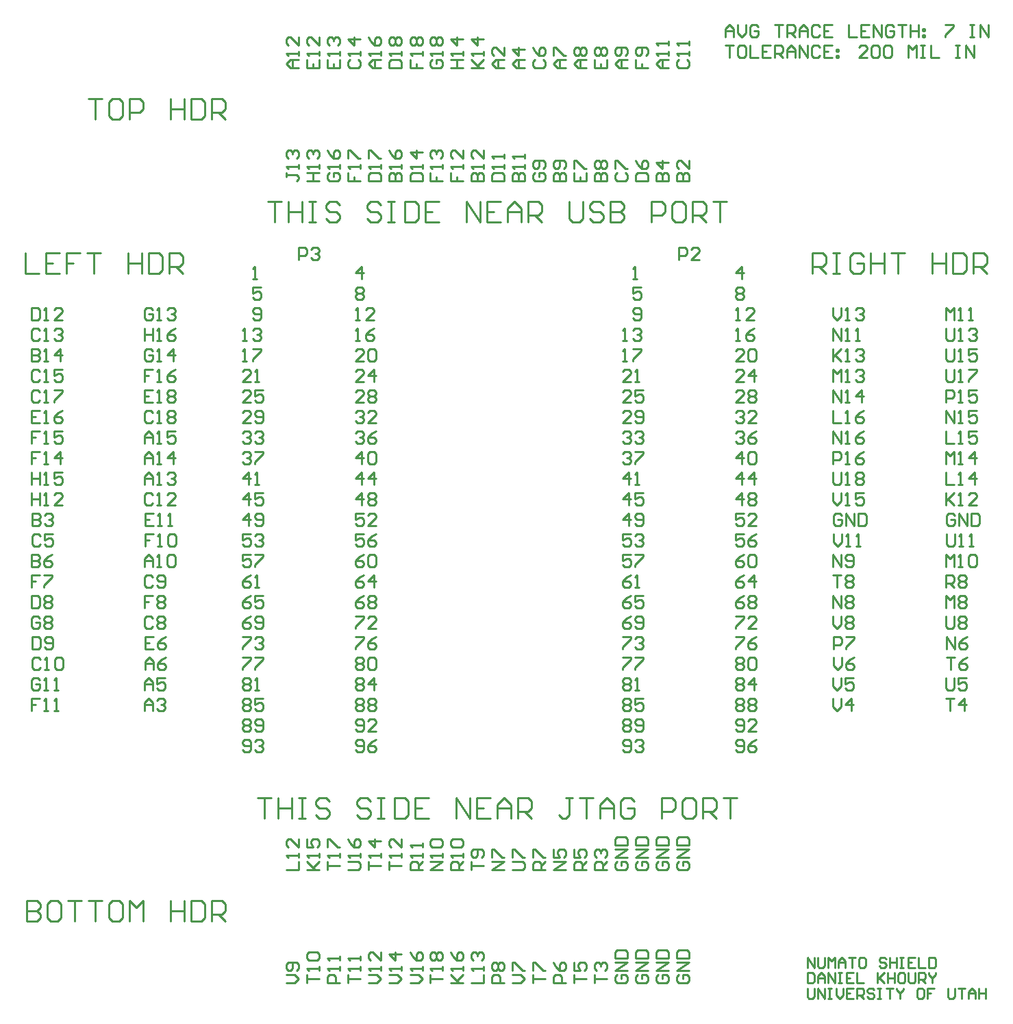
<source format=gto>
%FSLAX25Y25*%
%MOIN*%
G70*
G01*
G75*
G04 Layer_Color=65535*
%ADD10C,0.00800*%
%ADD11C,0.07000*%
%ADD12C,0.05000*%
%ADD13C,0.01000*%
D13*
X336502Y410000D02*
X342500D01*
Y412999D01*
X341500Y413999D01*
X340501D01*
X339501Y412999D01*
Y410000D01*
Y412999D01*
X338501Y413999D01*
X337502D01*
X336502Y412999D01*
Y410000D01*
X342500Y419997D02*
Y415998D01*
X338501Y419997D01*
X337502D01*
X336502Y418997D01*
Y416998D01*
X337502Y415998D01*
X176502Y413999D02*
Y410000D01*
X179501D01*
Y411999D01*
Y410000D01*
X182500D01*
Y415998D02*
Y417997D01*
Y416998D01*
X176502D01*
X177502Y415998D01*
X176502Y420996D02*
Y424995D01*
X177502D01*
X181500Y420996D01*
X182500D01*
X276502Y410000D02*
X282500D01*
Y412999D01*
X281500Y413999D01*
X280501D01*
X279501Y412999D01*
Y410000D01*
Y412999D01*
X278501Y413999D01*
X277502D01*
X276502Y412999D01*
Y410000D01*
X281500Y415998D02*
X282500Y416998D01*
Y418997D01*
X281500Y419997D01*
X277502D01*
X276502Y418997D01*
Y416998D01*
X277502Y415998D01*
X278501D01*
X279501Y416998D01*
Y419997D01*
X316502Y410100D02*
X322500D01*
Y413099D01*
X321500Y414099D01*
X317502D01*
X316502Y413099D01*
Y410100D01*
Y420097D02*
X317502Y418097D01*
X319501Y416098D01*
X321500D01*
X322500Y417098D01*
Y419097D01*
X321500Y420097D01*
X320501D01*
X319501Y419097D01*
Y416098D01*
X307502Y414099D02*
X306502Y413099D01*
Y411100D01*
X307502Y410100D01*
X311500D01*
X312500Y411100D01*
Y413099D01*
X311500Y414099D01*
X306502Y416098D02*
Y420097D01*
X307502D01*
X311500Y416098D01*
X312500D01*
X296502Y410000D02*
X302500D01*
Y412999D01*
X301500Y413999D01*
X300501D01*
X299501Y412999D01*
Y410000D01*
Y412999D01*
X298501Y413999D01*
X297502D01*
X296502Y412999D01*
Y410000D01*
X297502Y415998D02*
X296502Y416998D01*
Y418997D01*
X297502Y419997D01*
X298501D01*
X299501Y418997D01*
X300501Y419997D01*
X301500D01*
X302500Y418997D01*
Y416998D01*
X301500Y415998D01*
X300501D01*
X299501Y416998D01*
X298501Y415998D01*
X297502D01*
X299501Y416998D02*
Y418997D01*
X286502Y413999D02*
Y410000D01*
X292500D01*
Y413999D01*
X289501Y410000D02*
Y411999D01*
X286502Y415998D02*
Y419997D01*
X287502D01*
X291500Y415998D01*
X292500D01*
X326502Y410000D02*
X332500D01*
Y412999D01*
X331500Y413999D01*
X330501D01*
X329501Y412999D01*
Y410000D01*
Y412999D01*
X328501Y413999D01*
X327502D01*
X326502Y412999D01*
Y410000D01*
X332500Y418997D02*
X326502D01*
X329501Y415998D01*
Y419997D01*
X267502Y413999D02*
X266502Y412999D01*
Y411000D01*
X267502Y410000D01*
X271500D01*
X272500Y411000D01*
Y412999D01*
X271500Y413999D01*
X269501D01*
Y411999D01*
X271500Y415998D02*
X272500Y416998D01*
Y418997D01*
X271500Y419997D01*
X267502D01*
X266502Y418997D01*
Y416998D01*
X267502Y415998D01*
X268501D01*
X269501Y416998D01*
Y419997D01*
X226502Y413999D02*
Y410000D01*
X229501D01*
Y411999D01*
Y410000D01*
X232500D01*
Y415998D02*
Y417997D01*
Y416998D01*
X226502D01*
X227502Y415998D01*
X232500Y424995D02*
Y420996D01*
X228501Y424995D01*
X227502D01*
X226502Y423995D01*
Y421996D01*
X227502Y420996D01*
X236502Y410000D02*
X242500D01*
Y412999D01*
X241500Y413999D01*
X240501D01*
X239501Y412999D01*
Y410000D01*
Y412999D01*
X238501Y413999D01*
X237502D01*
X236502Y412999D01*
Y410000D01*
X242500Y415998D02*
Y417997D01*
Y416998D01*
X236502D01*
X237502Y415998D01*
X242500Y424995D02*
Y420996D01*
X238501Y424995D01*
X237502D01*
X236502Y423995D01*
Y421996D01*
X237502Y420996D01*
X246502Y410100D02*
X252500D01*
Y413099D01*
X251500Y414099D01*
X247502D01*
X246502Y413099D01*
Y410100D01*
X252500Y416098D02*
Y418097D01*
Y417098D01*
X246502D01*
X247502Y416098D01*
X252500Y421096D02*
Y423096D01*
Y422096D01*
X246502D01*
X247502Y421096D01*
X256502Y410100D02*
X262500D01*
Y413099D01*
X261500Y414099D01*
X260501D01*
X259501Y413099D01*
Y410100D01*
Y413099D01*
X258501Y414099D01*
X257502D01*
X256502Y413099D01*
Y410100D01*
X262500Y416098D02*
Y418097D01*
Y417098D01*
X256502D01*
X257502Y416098D01*
X262500Y421096D02*
Y423096D01*
Y422096D01*
X256502D01*
X257502Y421096D01*
X186502Y410000D02*
X192500D01*
Y412999D01*
X191500Y413999D01*
X187502D01*
X186502Y412999D01*
Y410000D01*
X192500Y415998D02*
Y417997D01*
Y416998D01*
X186502D01*
X187502Y415998D01*
X186502Y420996D02*
Y424995D01*
X187502D01*
X191500Y420996D01*
X192500D01*
X196502Y410000D02*
X202500D01*
Y412999D01*
X201500Y413999D01*
X200501D01*
X199501Y412999D01*
Y410000D01*
Y412999D01*
X198501Y413999D01*
X197502D01*
X196502Y412999D01*
Y410000D01*
X202500Y415998D02*
Y417997D01*
Y416998D01*
X196502D01*
X197502Y415998D01*
X196502Y424995D02*
X197502Y422996D01*
X199501Y420996D01*
X201500D01*
X202500Y421996D01*
Y423995D01*
X201500Y424995D01*
X200501D01*
X199501Y423995D01*
Y420996D01*
X206602Y410000D02*
X212600D01*
Y412999D01*
X211600Y413999D01*
X207602D01*
X206602Y412999D01*
Y410000D01*
X212600Y415998D02*
Y417997D01*
Y416998D01*
X206602D01*
X207602Y415998D01*
X212600Y423995D02*
X206602D01*
X209601Y420996D01*
Y424995D01*
X216502Y413999D02*
Y410000D01*
X219501D01*
Y411999D01*
Y410000D01*
X222500D01*
Y415998D02*
Y417997D01*
Y416998D01*
X216502D01*
X217502Y415998D01*
Y420996D02*
X216502Y421996D01*
Y423995D01*
X217502Y424995D01*
X218501D01*
X219501Y423995D01*
Y422996D01*
Y423995D01*
X220501Y424995D01*
X221500D01*
X222500Y423995D01*
Y421996D01*
X221500Y420996D01*
X167502Y413999D02*
X166502Y412999D01*
Y411000D01*
X167502Y410000D01*
X171500D01*
X172500Y411000D01*
Y412999D01*
X171500Y413999D01*
X169501D01*
Y411999D01*
X172500Y415998D02*
Y417997D01*
Y416998D01*
X166502D01*
X167502Y415998D01*
X166502Y424995D02*
X167502Y422996D01*
X169501Y420996D01*
X171500D01*
X172500Y421996D01*
Y423995D01*
X171500Y424995D01*
X170501D01*
X169501Y423995D01*
Y420996D01*
X156502Y410000D02*
X162500D01*
X159501D01*
Y413999D01*
X156502D01*
X162500D01*
Y415998D02*
Y417997D01*
Y416998D01*
X156502D01*
X157502Y415998D01*
Y420996D02*
X156502Y421996D01*
Y423995D01*
X157502Y424995D01*
X158501D01*
X159501Y423995D01*
Y422996D01*
Y423995D01*
X160501Y424995D01*
X161500D01*
X162500Y423995D01*
Y421996D01*
X161500Y420996D01*
X146502Y413999D02*
Y411999D01*
Y412999D01*
X151500D01*
X152500Y411999D01*
Y411000D01*
X151500Y410000D01*
X152500Y415998D02*
Y417997D01*
Y416998D01*
X146502D01*
X147502Y415998D01*
Y420996D02*
X146502Y421996D01*
Y423995D01*
X147502Y424995D01*
X148501D01*
X149501Y423995D01*
Y422996D01*
Y423995D01*
X150501Y424995D01*
X151500D01*
X152500Y423995D01*
Y421996D01*
X151500Y420996D01*
X152500Y465000D02*
X148501D01*
X146502Y466999D01*
X148501Y468999D01*
X152500D01*
X149501D01*
Y465000D01*
X152500Y470998D02*
Y472997D01*
Y471998D01*
X146502D01*
X147502Y470998D01*
X152500Y479995D02*
Y475996D01*
X148501Y479995D01*
X147502D01*
X146502Y478996D01*
Y476996D01*
X147502Y475996D01*
X156502Y468999D02*
Y465000D01*
X162500D01*
Y468999D01*
X159501Y465000D02*
Y466999D01*
X162500Y470998D02*
Y472997D01*
Y471998D01*
X156502D01*
X157502Y470998D01*
X162500Y479995D02*
Y475996D01*
X158501Y479995D01*
X157502D01*
X156502Y478996D01*
Y476996D01*
X157502Y475996D01*
X166502Y468999D02*
Y465000D01*
X172500D01*
Y468999D01*
X169501Y465000D02*
Y466999D01*
X172500Y470998D02*
Y472997D01*
Y471998D01*
X166502D01*
X167502Y470998D01*
Y475996D02*
X166502Y476996D01*
Y478996D01*
X167502Y479995D01*
X168501D01*
X169501Y478996D01*
Y477996D01*
Y478996D01*
X170501Y479995D01*
X171500D01*
X172500Y478996D01*
Y476996D01*
X171500Y475996D01*
X217502Y468999D02*
X216502Y467999D01*
Y466000D01*
X217502Y465000D01*
X221500D01*
X222500Y466000D01*
Y467999D01*
X221500Y468999D01*
X219501D01*
Y466999D01*
X222500Y470998D02*
Y472997D01*
Y471998D01*
X216502D01*
X217502Y470998D01*
Y475996D02*
X216502Y476996D01*
Y478996D01*
X217502Y479995D01*
X218501D01*
X219501Y478996D01*
X220501Y479995D01*
X221500D01*
X222500Y478996D01*
Y476996D01*
X221500Y475996D01*
X220501D01*
X219501Y476996D01*
X218501Y475996D01*
X217502D01*
X219501Y476996D02*
Y478996D01*
X206602Y468999D02*
Y465000D01*
X209601D01*
Y466999D01*
Y465000D01*
X212600D01*
Y470998D02*
Y472997D01*
Y471998D01*
X206602D01*
X207602Y470998D01*
Y475996D02*
X206602Y476996D01*
Y478996D01*
X207602Y479995D01*
X208601D01*
X209601Y478996D01*
X210601Y479995D01*
X211600D01*
X212600Y478996D01*
Y476996D01*
X211600Y475996D01*
X210601D01*
X209601Y476996D01*
X208601Y475996D01*
X207602D01*
X209601Y476996D02*
Y478996D01*
X196502Y465000D02*
X202500D01*
Y467999D01*
X201500Y468999D01*
X197502D01*
X196502Y467999D01*
Y465000D01*
X202500Y470998D02*
Y472997D01*
Y471998D01*
X196502D01*
X197502Y470998D01*
Y475996D02*
X196502Y476996D01*
Y478996D01*
X197502Y479995D01*
X198501D01*
X199501Y478996D01*
X200501Y479995D01*
X201500D01*
X202500Y478996D01*
Y476996D01*
X201500Y475996D01*
X200501D01*
X199501Y476996D01*
X198501Y475996D01*
X197502D01*
X199501Y476996D02*
Y478996D01*
X192500Y465000D02*
X188501D01*
X186502Y466999D01*
X188501Y468999D01*
X192500D01*
X189501D01*
Y465000D01*
X192500Y470998D02*
Y472997D01*
Y471998D01*
X186502D01*
X187502Y470998D01*
X186502Y479995D02*
X187502Y477996D01*
X189501Y475996D01*
X191500D01*
X192500Y476996D01*
Y478996D01*
X191500Y479995D01*
X190501D01*
X189501Y478996D01*
Y475996D01*
X262500Y465100D02*
X258501D01*
X256502Y467099D01*
X258501Y469099D01*
X262500D01*
X259501D01*
Y465100D01*
X262500Y474097D02*
X256502D01*
X259501Y471098D01*
Y475097D01*
X252500Y465100D02*
X248501D01*
X246502Y467099D01*
X248501Y469099D01*
X252500D01*
X249501D01*
Y465100D01*
X252500Y475097D02*
Y471098D01*
X248501Y475097D01*
X247502D01*
X246502Y474097D01*
Y472098D01*
X247502Y471098D01*
X236502Y465000D02*
X242500D01*
X240501D01*
X236502Y468999D01*
X239501Y466000D01*
X242500Y468999D01*
Y470998D02*
Y472997D01*
Y471998D01*
X236502D01*
X237502Y470998D01*
X242500Y478996D02*
X236502D01*
X239501Y475996D01*
Y479995D01*
X226502Y465000D02*
X232500D01*
X229501D01*
Y468999D01*
X226502D01*
X232500D01*
Y470998D02*
Y472997D01*
Y471998D01*
X226502D01*
X227502Y470998D01*
X232500Y478996D02*
X226502D01*
X229501Y475996D01*
Y479995D01*
X267502Y468999D02*
X266502Y467999D01*
Y466000D01*
X267502Y465000D01*
X271500D01*
X272500Y466000D01*
Y467999D01*
X271500Y468999D01*
X266502Y474997D02*
X267502Y472997D01*
X269501Y470998D01*
X271500D01*
X272500Y471998D01*
Y473997D01*
X271500Y474997D01*
X270501D01*
X269501Y473997D01*
Y470998D01*
X332500Y465000D02*
X328501D01*
X326502Y466999D01*
X328501Y468999D01*
X332500D01*
X329501D01*
Y465000D01*
X332500Y470998D02*
Y472997D01*
Y471998D01*
X326502D01*
X327502Y470998D01*
X332500Y475996D02*
Y477996D01*
Y476996D01*
X326502D01*
X327502Y475996D01*
X292500Y465000D02*
X288501D01*
X286502Y466999D01*
X288501Y468999D01*
X292500D01*
X289501D01*
Y465000D01*
X287502Y470998D02*
X286502Y471998D01*
Y473997D01*
X287502Y474997D01*
X288501D01*
X289501Y473997D01*
X290501Y474997D01*
X291500D01*
X292500Y473997D01*
Y471998D01*
X291500Y470998D01*
X290501D01*
X289501Y471998D01*
X288501Y470998D01*
X287502D01*
X289501Y471998D02*
Y473997D01*
X296502Y468999D02*
Y465000D01*
X302500D01*
Y468999D01*
X299501Y465000D02*
Y466999D01*
X297502Y470998D02*
X296502Y471998D01*
Y473997D01*
X297502Y474997D01*
X298501D01*
X299501Y473997D01*
X300501Y474997D01*
X301500D01*
X302500Y473997D01*
Y471998D01*
X301500Y470998D01*
X300501D01*
X299501Y471998D01*
X298501Y470998D01*
X297502D01*
X299501Y471998D02*
Y473997D01*
X312500Y465100D02*
X308501D01*
X306502Y467099D01*
X308501Y469099D01*
X312500D01*
X309501D01*
Y465100D01*
X311500Y471098D02*
X312500Y472098D01*
Y474097D01*
X311500Y475097D01*
X307502D01*
X306502Y474097D01*
Y472098D01*
X307502Y471098D01*
X308501D01*
X309501Y472098D01*
Y475097D01*
X316502Y469099D02*
Y465100D01*
X319501D01*
Y467099D01*
Y465100D01*
X322500D01*
X321500Y471098D02*
X322500Y472098D01*
Y474097D01*
X321500Y475097D01*
X317502D01*
X316502Y474097D01*
Y472098D01*
X317502Y471098D01*
X318501D01*
X319501Y472098D01*
Y475097D01*
X282500Y465000D02*
X278501D01*
X276502Y466999D01*
X278501Y468999D01*
X282500D01*
X279501D01*
Y465000D01*
X276502Y470998D02*
Y474997D01*
X277502D01*
X281500Y470998D01*
X282500D01*
X177502Y468999D02*
X176502Y467999D01*
Y466000D01*
X177502Y465000D01*
X181500D01*
X182500Y466000D01*
Y467999D01*
X181500Y468999D01*
X182500Y470998D02*
Y472997D01*
Y471998D01*
X176502D01*
X177502Y470998D01*
X182500Y478996D02*
X176502D01*
X179501Y475996D01*
Y479995D01*
X337502Y468999D02*
X336502Y467999D01*
Y466000D01*
X337502Y465000D01*
X341500D01*
X342500Y466000D01*
Y467999D01*
X341500Y468999D01*
X342500Y470998D02*
Y472997D01*
Y471998D01*
X336502D01*
X337502Y470998D01*
X342500Y475996D02*
Y477996D01*
Y476996D01*
X336502D01*
X337502Y475996D01*
Y23999D02*
X336502Y22999D01*
Y21000D01*
X337502Y20000D01*
X341500D01*
X342500Y21000D01*
Y22999D01*
X341500Y23999D01*
X339501D01*
Y21999D01*
X342500Y25998D02*
X336502D01*
X342500Y29997D01*
X336502D01*
Y31996D02*
X342500D01*
Y34995D01*
X341500Y35995D01*
X337502D01*
X336502Y34995D01*
Y31996D01*
X176502Y20000D02*
Y23999D01*
Y21999D01*
X182500D01*
Y25998D02*
Y27997D01*
Y26998D01*
X176502D01*
X177502Y25998D01*
X182500Y30996D02*
Y32996D01*
Y31996D01*
X176502D01*
X177502Y30996D01*
X282500Y20000D02*
X276502D01*
Y22999D01*
X277502Y23999D01*
X279501D01*
X280501Y22999D01*
Y20000D01*
X276502Y29997D02*
X277502Y27997D01*
X279501Y25998D01*
X281500D01*
X282500Y26998D01*
Y28997D01*
X281500Y29997D01*
X280501D01*
X279501Y28997D01*
Y25998D01*
X317502Y24099D02*
X316502Y23099D01*
Y21100D01*
X317502Y20100D01*
X321500D01*
X322500Y21100D01*
Y23099D01*
X321500Y24099D01*
X319501D01*
Y22099D01*
X322500Y26098D02*
X316502D01*
X322500Y30097D01*
X316502D01*
Y32096D02*
X322500D01*
Y35095D01*
X321500Y36095D01*
X317502D01*
X316502Y35095D01*
Y32096D01*
X307502Y24099D02*
X306502Y23099D01*
Y21100D01*
X307502Y20100D01*
X311500D01*
X312500Y21100D01*
Y23099D01*
X311500Y24099D01*
X309501D01*
Y22099D01*
X312500Y26098D02*
X306502D01*
X312500Y30097D01*
X306502D01*
Y32096D02*
X312500D01*
Y35095D01*
X311500Y36095D01*
X307502D01*
X306502Y35095D01*
Y32096D01*
X296502Y20000D02*
Y23999D01*
Y21999D01*
X302500D01*
X297502Y25998D02*
X296502Y26998D01*
Y28997D01*
X297502Y29997D01*
X298501D01*
X299501Y28997D01*
Y27997D01*
Y28997D01*
X300501Y29997D01*
X301500D01*
X302500Y28997D01*
Y26998D01*
X301500Y25998D01*
X286502Y20000D02*
Y23999D01*
Y21999D01*
X292500D01*
X286502Y29997D02*
Y25998D01*
X289501D01*
X288501Y27997D01*
Y28997D01*
X289501Y29997D01*
X291500D01*
X292500Y28997D01*
Y26998D01*
X291500Y25998D01*
X327502Y23999D02*
X326502Y22999D01*
Y21000D01*
X327502Y20000D01*
X331500D01*
X332500Y21000D01*
Y22999D01*
X331500Y23999D01*
X329501D01*
Y21999D01*
X332500Y25998D02*
X326502D01*
X332500Y29997D01*
X326502D01*
Y31996D02*
X332500D01*
Y34995D01*
X331500Y35995D01*
X327502D01*
X326502Y34995D01*
Y31996D01*
X266502Y20000D02*
Y23999D01*
Y21999D01*
X272500D01*
X266502Y25998D02*
Y29997D01*
X267502D01*
X271500Y25998D01*
X272500D01*
X226502Y20000D02*
X232500D01*
X230501D01*
X226502Y23999D01*
X229501Y21000D01*
X232500Y23999D01*
Y25998D02*
Y27997D01*
Y26998D01*
X226502D01*
X227502Y25998D01*
X226502Y34995D02*
X227502Y32996D01*
X229501Y30996D01*
X231500D01*
X232500Y31996D01*
Y33996D01*
X231500Y34995D01*
X230501D01*
X229501Y33996D01*
Y30996D01*
X236502Y20000D02*
X242500D01*
Y23999D01*
Y25998D02*
Y27997D01*
Y26998D01*
X236502D01*
X237502Y25998D01*
Y30996D02*
X236502Y31996D01*
Y33996D01*
X237502Y34995D01*
X238501D01*
X239501Y33996D01*
Y32996D01*
Y33996D01*
X240501Y34995D01*
X241500D01*
X242500Y33996D01*
Y31996D01*
X241500Y30996D01*
X252500Y20100D02*
X246502D01*
Y23099D01*
X247502Y24099D01*
X249501D01*
X250501Y23099D01*
Y20100D01*
X247502Y26098D02*
X246502Y27098D01*
Y29097D01*
X247502Y30097D01*
X248501D01*
X249501Y29097D01*
X250501Y30097D01*
X251500D01*
X252500Y29097D01*
Y27098D01*
X251500Y26098D01*
X250501D01*
X249501Y27098D01*
X248501Y26098D01*
X247502D01*
X249501Y27098D02*
Y29097D01*
X256502Y20100D02*
X260501D01*
X262500Y22099D01*
X260501Y24099D01*
X256502D01*
Y26098D02*
Y30097D01*
X257502D01*
X261500Y26098D01*
X262500D01*
X186502Y20000D02*
X190501D01*
X192500Y21999D01*
X190501Y23999D01*
X186502D01*
X192500Y25998D02*
Y27997D01*
Y26998D01*
X186502D01*
X187502Y25998D01*
X192500Y34995D02*
Y30996D01*
X188501Y34995D01*
X187502D01*
X186502Y33996D01*
Y31996D01*
X187502Y30996D01*
X196502Y20000D02*
X200501D01*
X202500Y21999D01*
X200501Y23999D01*
X196502D01*
X202500Y25998D02*
Y27997D01*
Y26998D01*
X196502D01*
X197502Y25998D01*
X202500Y33996D02*
X196502D01*
X199501Y30996D01*
Y34995D01*
X206602Y20000D02*
X210601D01*
X212600Y21999D01*
X210601Y23999D01*
X206602D01*
X212600Y25998D02*
Y27997D01*
Y26998D01*
X206602D01*
X207602Y25998D01*
X206602Y34995D02*
X207602Y32996D01*
X209601Y30996D01*
X211600D01*
X212600Y31996D01*
Y33996D01*
X211600Y34995D01*
X210601D01*
X209601Y33996D01*
Y30996D01*
X216502Y20000D02*
Y23999D01*
Y21999D01*
X222500D01*
Y25998D02*
Y27997D01*
Y26998D01*
X216502D01*
X217502Y25998D01*
Y30996D02*
X216502Y31996D01*
Y33996D01*
X217502Y34995D01*
X218501D01*
X219501Y33996D01*
X220501Y34995D01*
X221500D01*
X222500Y33996D01*
Y31996D01*
X221500Y30996D01*
X220501D01*
X219501Y31996D01*
X218501Y30996D01*
X217502D01*
X219501Y31996D02*
Y33996D01*
X172500Y20000D02*
X166502D01*
Y22999D01*
X167502Y23999D01*
X169501D01*
X170501Y22999D01*
Y20000D01*
X172500Y25998D02*
Y27997D01*
Y26998D01*
X166502D01*
X167502Y25998D01*
X172500Y30996D02*
Y32996D01*
Y31996D01*
X166502D01*
X167502Y30996D01*
X156502Y20000D02*
Y23999D01*
Y21999D01*
X162500D01*
Y25998D02*
Y27997D01*
Y26998D01*
X156502D01*
X157502Y25998D01*
Y30996D02*
X156502Y31996D01*
Y33996D01*
X157502Y34995D01*
X161500D01*
X162500Y33996D01*
Y31996D01*
X161500Y30996D01*
X157502D01*
X146502Y20000D02*
X150501D01*
X152500Y21999D01*
X150501Y23999D01*
X146502D01*
X151500Y25998D02*
X152500Y26998D01*
Y28997D01*
X151500Y29997D01*
X147502D01*
X146502Y28997D01*
Y26998D01*
X147502Y25998D01*
X148501D01*
X149501Y26998D01*
Y29997D01*
X146502Y75000D02*
X152500D01*
Y78999D01*
Y80998D02*
Y82997D01*
Y81998D01*
X146502D01*
X147502Y80998D01*
X152500Y89995D02*
Y85996D01*
X148501Y89995D01*
X147502D01*
X146502Y88995D01*
Y86996D01*
X147502Y85996D01*
X156502Y75000D02*
X162500D01*
X160501D01*
X156502Y78999D01*
X159501Y76000D01*
X162500Y78999D01*
Y80998D02*
Y82997D01*
Y81998D01*
X156502D01*
X157502Y80998D01*
X156502Y89995D02*
Y85996D01*
X159501D01*
X158501Y87996D01*
Y88995D01*
X159501Y89995D01*
X161500D01*
X162500Y88995D01*
Y86996D01*
X161500Y85996D01*
X166502Y75000D02*
Y78999D01*
Y76999D01*
X172500D01*
Y80998D02*
Y82997D01*
Y81998D01*
X166502D01*
X167502Y80998D01*
X166502Y85996D02*
Y89995D01*
X167502D01*
X171500Y85996D01*
X172500D01*
X222500Y75000D02*
X216502D01*
X222500Y78999D01*
X216502D01*
X222500Y80998D02*
Y82997D01*
Y81998D01*
X216502D01*
X217502Y80998D01*
Y85996D02*
X216502Y86996D01*
Y88995D01*
X217502Y89995D01*
X221500D01*
X222500Y88995D01*
Y86996D01*
X221500Y85996D01*
X217502D01*
X212600Y75000D02*
X206602D01*
Y77999D01*
X207602Y78999D01*
X209601D01*
X210601Y77999D01*
Y75000D01*
Y76999D02*
X212600Y78999D01*
Y80998D02*
Y82997D01*
Y81998D01*
X206602D01*
X207602Y80998D01*
X212600Y85996D02*
Y87996D01*
Y86996D01*
X206602D01*
X207602Y85996D01*
X196502Y75000D02*
Y78999D01*
Y76999D01*
X202500D01*
Y80998D02*
Y82997D01*
Y81998D01*
X196502D01*
X197502Y80998D01*
X202500Y89995D02*
Y85996D01*
X198501Y89995D01*
X197502D01*
X196502Y88995D01*
Y86996D01*
X197502Y85996D01*
X186502Y75000D02*
Y78999D01*
Y76999D01*
X192500D01*
Y80998D02*
Y82997D01*
Y81998D01*
X186502D01*
X187502Y80998D01*
X192500Y88995D02*
X186502D01*
X189501Y85996D01*
Y89995D01*
X256502Y75100D02*
X261500D01*
X262500Y76100D01*
Y78099D01*
X261500Y79099D01*
X256502D01*
Y81098D02*
Y85097D01*
X257502D01*
X261500Y81098D01*
X262500D01*
X252500Y75100D02*
X246502D01*
X252500Y79099D01*
X246502D01*
Y81098D02*
Y85097D01*
X247502D01*
X251500Y81098D01*
X252500D01*
X236502Y75000D02*
Y78999D01*
Y76999D01*
X242500D01*
X241500Y80998D02*
X242500Y81998D01*
Y83997D01*
X241500Y84997D01*
X237502D01*
X236502Y83997D01*
Y81998D01*
X237502Y80998D01*
X238501D01*
X239501Y81998D01*
Y84997D01*
X232500Y75000D02*
X226502D01*
Y77999D01*
X227502Y78999D01*
X229501D01*
X230501Y77999D01*
Y75000D01*
Y76999D02*
X232500Y78999D01*
Y80998D02*
Y82997D01*
Y81998D01*
X226502D01*
X227502Y80998D01*
Y85996D02*
X226502Y86996D01*
Y88995D01*
X227502Y89995D01*
X231500D01*
X232500Y88995D01*
Y86996D01*
X231500Y85996D01*
X227502D01*
X272500Y75000D02*
X266502D01*
Y77999D01*
X267502Y78999D01*
X269501D01*
X270501Y77999D01*
Y75000D01*
Y76999D02*
X272500Y78999D01*
X266502Y80998D02*
Y84997D01*
X267502D01*
X271500Y80998D01*
X272500D01*
X327502Y78999D02*
X326502Y77999D01*
Y76000D01*
X327502Y75000D01*
X331500D01*
X332500Y76000D01*
Y77999D01*
X331500Y78999D01*
X329501D01*
Y76999D01*
X332500Y80998D02*
X326502D01*
X332500Y84997D01*
X326502D01*
Y86996D02*
X332500D01*
Y89995D01*
X331500Y90995D01*
X327502D01*
X326502Y89995D01*
Y86996D01*
X292500Y75000D02*
X286502D01*
Y77999D01*
X287502Y78999D01*
X289501D01*
X290501Y77999D01*
Y75000D01*
Y76999D02*
X292500Y78999D01*
X286502Y84997D02*
Y80998D01*
X289501D01*
X288501Y82997D01*
Y83997D01*
X289501Y84997D01*
X291500D01*
X292500Y83997D01*
Y81998D01*
X291500Y80998D01*
X302500Y75000D02*
X296502D01*
Y77999D01*
X297502Y78999D01*
X299501D01*
X300501Y77999D01*
Y75000D01*
Y76999D02*
X302500Y78999D01*
X297502Y80998D02*
X296502Y81998D01*
Y83997D01*
X297502Y84997D01*
X298501D01*
X299501Y83997D01*
Y82997D01*
Y83997D01*
X300501Y84997D01*
X301500D01*
X302500Y83997D01*
Y81998D01*
X301500Y80998D01*
X307502Y79099D02*
X306502Y78099D01*
Y76100D01*
X307502Y75100D01*
X311500D01*
X312500Y76100D01*
Y78099D01*
X311500Y79099D01*
X309501D01*
Y77099D01*
X312500Y81098D02*
X306502D01*
X312500Y85097D01*
X306502D01*
Y87096D02*
X312500D01*
Y90095D01*
X311500Y91095D01*
X307502D01*
X306502Y90095D01*
Y87096D01*
X317502Y79099D02*
X316502Y78099D01*
Y76100D01*
X317502Y75100D01*
X321500D01*
X322500Y76100D01*
Y78099D01*
X321500Y79099D01*
X319501D01*
Y77099D01*
X322500Y81098D02*
X316502D01*
X322500Y85097D01*
X316502D01*
Y87096D02*
X322500D01*
Y90095D01*
X321500Y91095D01*
X317502D01*
X316502Y90095D01*
Y87096D01*
X282500Y75000D02*
X276502D01*
X282500Y78999D01*
X276502D01*
Y84997D02*
Y80998D01*
X279501D01*
X278501Y82997D01*
Y83997D01*
X279501Y84997D01*
X281500D01*
X282500Y83997D01*
Y81998D01*
X281500Y80998D01*
X176502Y75000D02*
X181500D01*
X182500Y76000D01*
Y77999D01*
X181500Y78999D01*
X176502D01*
X182500Y80998D02*
Y82997D01*
Y81998D01*
X176502D01*
X177502Y80998D01*
X176502Y89995D02*
X177502Y87996D01*
X179501Y85996D01*
X181500D01*
X182500Y86996D01*
Y88995D01*
X181500Y89995D01*
X180501D01*
X179501Y88995D01*
Y85996D01*
X337502Y78999D02*
X336502Y77999D01*
Y76000D01*
X337502Y75000D01*
X341500D01*
X342500Y76000D01*
Y77999D01*
X341500Y78999D01*
X339501D01*
Y76999D01*
X342500Y80998D02*
X336502D01*
X342500Y84997D01*
X336502D01*
Y86996D02*
X342500D01*
Y89995D01*
X341500Y90995D01*
X337502D01*
X336502Y89995D01*
Y86996D01*
X20000Y59997D02*
Y50000D01*
X24998D01*
X26665Y51666D01*
Y53332D01*
X24998Y54998D01*
X20000D01*
X24998D01*
X26665Y56665D01*
Y58331D01*
X24998Y59997D01*
X20000D01*
X34995D02*
X31663D01*
X29997Y58331D01*
Y51666D01*
X31663Y50000D01*
X34995D01*
X36661Y51666D01*
Y58331D01*
X34995Y59997D01*
X39994D02*
X46658D01*
X43326D01*
Y50000D01*
X49990Y59997D02*
X56655D01*
X53323D01*
Y50000D01*
X64986Y59997D02*
X61653D01*
X59987Y58331D01*
Y51666D01*
X61653Y50000D01*
X64986D01*
X66652Y51666D01*
Y58331D01*
X64986Y59997D01*
X69984Y50000D02*
Y59997D01*
X73316Y56665D01*
X76648Y59997D01*
Y50000D01*
X89977Y59997D02*
Y50000D01*
Y54998D01*
X96642D01*
Y59997D01*
Y50000D01*
X99974Y59997D02*
Y50000D01*
X104973D01*
X106639Y51666D01*
Y58331D01*
X104973Y59997D01*
X99974D01*
X109971Y50000D02*
Y59997D01*
X114969D01*
X116635Y58331D01*
Y54998D01*
X114969Y53332D01*
X109971D01*
X113303D02*
X116635Y50000D01*
X50000Y449997D02*
X56665D01*
X53332D01*
Y440000D01*
X64995Y449997D02*
X61663D01*
X59997Y448331D01*
Y441666D01*
X61663Y440000D01*
X64995D01*
X66661Y441666D01*
Y448331D01*
X64995Y449997D01*
X69994Y440000D02*
Y449997D01*
X74992D01*
X76658Y448331D01*
Y444998D01*
X74992Y443332D01*
X69994D01*
X89987Y449997D02*
Y440000D01*
Y444998D01*
X96652D01*
Y449997D01*
Y440000D01*
X99984Y449997D02*
Y440000D01*
X104982D01*
X106648Y441666D01*
Y448331D01*
X104982Y449997D01*
X99984D01*
X109981Y440000D02*
Y449997D01*
X114979D01*
X116645Y448331D01*
Y444998D01*
X114979Y443332D01*
X109981D01*
X113313D02*
X116645Y440000D01*
X402500Y365000D02*
Y374997D01*
X407498D01*
X409164Y373331D01*
Y369998D01*
X407498Y368332D01*
X402500D01*
X405832D02*
X409164Y365000D01*
X412497Y374997D02*
X415829D01*
X414163D01*
Y365000D01*
X412497D01*
X415829D01*
X427492Y373331D02*
X425826Y374997D01*
X422494D01*
X420827Y373331D01*
Y366666D01*
X422494Y365000D01*
X425826D01*
X427492Y366666D01*
Y369998D01*
X424160D01*
X430824Y374997D02*
Y365000D01*
Y369998D01*
X437489D01*
Y374997D01*
Y365000D01*
X440821Y374997D02*
X447485D01*
X444153D01*
Y365000D01*
X460815Y374997D02*
Y365000D01*
Y369998D01*
X467479D01*
Y374997D01*
Y365000D01*
X470811Y374997D02*
Y365000D01*
X475810D01*
X477476Y366666D01*
Y373331D01*
X475810Y374997D01*
X470811D01*
X480808Y365000D02*
Y374997D01*
X485806D01*
X487472Y373331D01*
Y369998D01*
X485806Y368332D01*
X480808D01*
X484140D02*
X487472Y365000D01*
X19300Y374997D02*
Y365000D01*
X25964D01*
X35961Y374997D02*
X29297D01*
Y365000D01*
X35961D01*
X29297Y369998D02*
X32629D01*
X45958Y374997D02*
X39294D01*
Y369998D01*
X42626D01*
X39294D01*
Y365000D01*
X49290Y374997D02*
X55955D01*
X52623D01*
Y365000D01*
X69284Y374997D02*
Y365000D01*
Y369998D01*
X75948D01*
Y374997D01*
Y365000D01*
X79281Y374997D02*
Y365000D01*
X84279D01*
X85945Y366666D01*
Y373331D01*
X84279Y374997D01*
X79281D01*
X89277Y365000D02*
Y374997D01*
X94276D01*
X95942Y373331D01*
Y369998D01*
X94276Y368332D01*
X89277D01*
X92610D02*
X95942Y365000D01*
X412500Y158498D02*
Y154499D01*
X414499Y152500D01*
X416499Y154499D01*
Y158498D01*
X421497Y152500D02*
Y158498D01*
X418498Y155499D01*
X422497D01*
X412500Y312500D02*
Y318498D01*
X414499Y316499D01*
X416499Y318498D01*
Y312500D01*
X418498D02*
X420497D01*
X419498D01*
Y318498D01*
X418498Y317498D01*
X423496D02*
X424496Y318498D01*
X426496D01*
X427495Y317498D01*
Y316499D01*
X426496Y315499D01*
X425496D01*
X426496D01*
X427495Y314499D01*
Y313500D01*
X426496Y312500D01*
X424496D01*
X423496Y313500D01*
X412500Y218498D02*
X416499D01*
X414499D01*
Y212500D01*
X418498Y217498D02*
X419498Y218498D01*
X421497D01*
X422497Y217498D01*
Y216499D01*
X421497Y215499D01*
X422497Y214499D01*
Y213500D01*
X421497Y212500D01*
X419498D01*
X418498Y213500D01*
Y214499D01*
X419498Y215499D01*
X418498Y216499D01*
Y217498D01*
X419498Y215499D02*
X421497D01*
X412600Y178498D02*
Y174499D01*
X414599Y172500D01*
X416599Y174499D01*
Y178498D01*
X422597D02*
X420597Y177498D01*
X418598Y175499D01*
Y173500D01*
X419598Y172500D01*
X421597D01*
X422597Y173500D01*
Y174499D01*
X421597Y175499D01*
X418598D01*
X412600Y182500D02*
Y188498D01*
X415599D01*
X416599Y187498D01*
Y185499D01*
X415599Y184499D01*
X412600D01*
X418598Y188498D02*
X422597D01*
Y187498D01*
X418598Y183500D01*
Y182500D01*
X412500Y198498D02*
Y194499D01*
X414499Y192500D01*
X416499Y194499D01*
Y198498D01*
X418498Y197498D02*
X419498Y198498D01*
X421497D01*
X422497Y197498D01*
Y196499D01*
X421497Y195499D01*
X422497Y194499D01*
Y193500D01*
X421497Y192500D01*
X419498D01*
X418498Y193500D01*
Y194499D01*
X419498Y195499D01*
X418498Y196499D01*
Y197498D01*
X419498Y195499D02*
X421497D01*
X412500Y202500D02*
Y208498D01*
X416499Y202500D01*
Y208498D01*
X418498Y207498D02*
X419498Y208498D01*
X421497D01*
X422497Y207498D01*
Y206499D01*
X421497Y205499D01*
X422497Y204499D01*
Y203500D01*
X421497Y202500D01*
X419498D01*
X418498Y203500D01*
Y204499D01*
X419498Y205499D01*
X418498Y206499D01*
Y207498D01*
X419498Y205499D02*
X421497D01*
X412500Y168498D02*
Y164499D01*
X414499Y162500D01*
X416499Y164499D01*
Y168498D01*
X422497D02*
X418498D01*
Y165499D01*
X420497Y166499D01*
X421497D01*
X422497Y165499D01*
Y163500D01*
X421497Y162500D01*
X419498D01*
X418498Y163500D01*
X412500Y222500D02*
Y228498D01*
X416499Y222500D01*
Y228498D01*
X418498Y223500D02*
X419498Y222500D01*
X421497D01*
X422497Y223500D01*
Y227498D01*
X421497Y228498D01*
X419498D01*
X418498Y227498D01*
Y226499D01*
X419498Y225499D01*
X422497D01*
X412500Y268498D02*
Y263500D01*
X413500Y262500D01*
X415499D01*
X416499Y263500D01*
Y268498D01*
X418498Y262500D02*
X420497D01*
X419498D01*
Y268498D01*
X418498Y267498D01*
X423496D02*
X424496Y268498D01*
X426496D01*
X427495Y267498D01*
Y266499D01*
X426496Y265499D01*
X427495Y264499D01*
Y263500D01*
X426496Y262500D01*
X424496D01*
X423496Y263500D01*
Y264499D01*
X424496Y265499D01*
X423496Y266499D01*
Y267498D01*
X424496Y265499D02*
X426496D01*
X412500Y258498D02*
Y254499D01*
X414499Y252500D01*
X416499Y254499D01*
Y258498D01*
X418498Y252500D02*
X420497D01*
X419498D01*
Y258498D01*
X418498Y257498D01*
X427495Y258498D02*
X423496D01*
Y255499D01*
X425496Y256499D01*
X426496D01*
X427495Y255499D01*
Y253500D01*
X426496Y252500D01*
X424496D01*
X423496Y253500D01*
X416599Y247498D02*
X415599Y248498D01*
X413600D01*
X412600Y247498D01*
Y243500D01*
X413600Y242500D01*
X415599D01*
X416599Y243500D01*
Y245499D01*
X414599D01*
X418598Y242500D02*
Y248498D01*
X422597Y242500D01*
Y248498D01*
X424596D02*
Y242500D01*
X427595D01*
X428595Y243500D01*
Y247498D01*
X427595Y248498D01*
X424596D01*
X412600Y238498D02*
Y234499D01*
X414599Y232500D01*
X416599Y234499D01*
Y238498D01*
X418598Y232500D02*
X420597D01*
X419598D01*
Y238498D01*
X418598Y237498D01*
X423596Y232500D02*
X425596D01*
X424596D01*
Y238498D01*
X423596Y237498D01*
X412500Y302500D02*
Y308498D01*
X416499Y302500D01*
Y308498D01*
X418498Y302500D02*
X420497D01*
X419498D01*
Y308498D01*
X418498Y307498D01*
X426496Y302500D02*
Y308498D01*
X423496Y305499D01*
X427495D01*
X412500Y298498D02*
Y292500D01*
X416499D01*
X418498D02*
X420497D01*
X419498D01*
Y298498D01*
X418498Y297498D01*
X427495Y298498D02*
X425496Y297498D01*
X423496Y295499D01*
Y293500D01*
X424496Y292500D01*
X426496D01*
X427495Y293500D01*
Y294499D01*
X426496Y295499D01*
X423496D01*
X412500Y282400D02*
Y288398D01*
X416499Y282400D01*
Y288398D01*
X418498Y282400D02*
X420497D01*
X419498D01*
Y288398D01*
X418498Y287398D01*
X427495Y288398D02*
X425496Y287398D01*
X423496Y285399D01*
Y283400D01*
X424496Y282400D01*
X426496D01*
X427495Y283400D01*
Y284399D01*
X426496Y285399D01*
X423496D01*
X412500Y272500D02*
Y278498D01*
X415499D01*
X416499Y277498D01*
Y275499D01*
X415499Y274499D01*
X412500D01*
X418498Y272500D02*
X420497D01*
X419498D01*
Y278498D01*
X418498Y277498D01*
X427495Y278498D02*
X425496Y277498D01*
X423496Y275499D01*
Y273500D01*
X424496Y272500D01*
X426496D01*
X427495Y273500D01*
Y274499D01*
X426496Y275499D01*
X423496D01*
X412500Y328498D02*
Y322500D01*
Y324499D01*
X416499Y328498D01*
X413500Y325499D01*
X416499Y322500D01*
X418498D02*
X420497D01*
X419498D01*
Y328498D01*
X418498Y327498D01*
X423496D02*
X424496Y328498D01*
X426496D01*
X427495Y327498D01*
Y326499D01*
X426496Y325499D01*
X425496D01*
X426496D01*
X427495Y324499D01*
Y323500D01*
X426496Y322500D01*
X424496D01*
X423496Y323500D01*
X412500Y332500D02*
Y338498D01*
X416499Y332500D01*
Y338498D01*
X418498Y332500D02*
X420497D01*
X419498D01*
Y338498D01*
X418498Y337498D01*
X423496Y332500D02*
X425496D01*
X424496D01*
Y338498D01*
X423496Y337498D01*
X412500Y348498D02*
Y344499D01*
X414499Y342500D01*
X416499Y344499D01*
Y348498D01*
X418498Y342500D02*
X420497D01*
X419498D01*
Y348498D01*
X418498Y347498D01*
X423496D02*
X424496Y348498D01*
X426496D01*
X427495Y347498D01*
Y346499D01*
X426496Y345499D01*
X425496D01*
X426496D01*
X427495Y344499D01*
Y343500D01*
X426496Y342500D01*
X424496D01*
X423496Y343500D01*
X467500Y342500D02*
Y348498D01*
X469499Y346499D01*
X471499Y348498D01*
Y342500D01*
X473498D02*
X475497D01*
X474498D01*
Y348498D01*
X473498Y347498D01*
X478496Y342500D02*
X480496D01*
X479496D01*
Y348498D01*
X478496Y347498D01*
X467500Y338498D02*
Y333500D01*
X468500Y332500D01*
X470499D01*
X471499Y333500D01*
Y338498D01*
X473498Y332500D02*
X475497D01*
X474498D01*
Y338498D01*
X473498Y337498D01*
X478496D02*
X479496Y338498D01*
X481496D01*
X482495Y337498D01*
Y336499D01*
X481496Y335499D01*
X480496D01*
X481496D01*
X482495Y334499D01*
Y333500D01*
X481496Y332500D01*
X479496D01*
X478496Y333500D01*
X467500Y328498D02*
Y323500D01*
X468500Y322500D01*
X470499D01*
X471499Y323500D01*
Y328498D01*
X473498Y322500D02*
X475497D01*
X474498D01*
Y328498D01*
X473498Y327498D01*
X482495Y328498D02*
X478496D01*
Y325499D01*
X480496Y326499D01*
X481496D01*
X482495Y325499D01*
Y323500D01*
X481496Y322500D01*
X479496D01*
X478496Y323500D01*
X467500Y272500D02*
Y278498D01*
X469499Y276499D01*
X471499Y278498D01*
Y272500D01*
X473498D02*
X475497D01*
X474498D01*
Y278498D01*
X473498Y277498D01*
X481496Y272500D02*
Y278498D01*
X478496Y275499D01*
X482495D01*
X467500Y288398D02*
Y282400D01*
X471499D01*
X473498D02*
X475497D01*
X474498D01*
Y288398D01*
X473498Y287398D01*
X482495Y288398D02*
X478496D01*
Y285399D01*
X480496Y286399D01*
X481496D01*
X482495Y285399D01*
Y283400D01*
X481496Y282400D01*
X479496D01*
X478496Y283400D01*
X467500Y292500D02*
Y298498D01*
X471499Y292500D01*
Y298498D01*
X473498Y292500D02*
X475497D01*
X474498D01*
Y298498D01*
X473498Y297498D01*
X482495Y298498D02*
X478496D01*
Y295499D01*
X480496Y296499D01*
X481496D01*
X482495Y295499D01*
Y293500D01*
X481496Y292500D01*
X479496D01*
X478496Y293500D01*
X467500Y302500D02*
Y308498D01*
X470499D01*
X471499Y307498D01*
Y305499D01*
X470499Y304499D01*
X467500D01*
X473498Y302500D02*
X475497D01*
X474498D01*
Y308498D01*
X473498Y307498D01*
X482495Y308498D02*
X478496D01*
Y305499D01*
X480496Y306499D01*
X481496D01*
X482495Y305499D01*
Y303500D01*
X481496Y302500D01*
X479496D01*
X478496Y303500D01*
X467600Y238498D02*
Y233500D01*
X468600Y232500D01*
X470599D01*
X471599Y233500D01*
Y238498D01*
X473598Y232500D02*
X475597D01*
X474598D01*
Y238498D01*
X473598Y237498D01*
X478596Y232500D02*
X480596D01*
X479596D01*
Y238498D01*
X478596Y237498D01*
X471599Y247498D02*
X470599Y248498D01*
X468600D01*
X467600Y247498D01*
Y243500D01*
X468600Y242500D01*
X470599D01*
X471599Y243500D01*
Y245499D01*
X469599D01*
X473598Y242500D02*
Y248498D01*
X477597Y242500D01*
Y248498D01*
X479596D02*
Y242500D01*
X482595D01*
X483595Y243500D01*
Y247498D01*
X482595Y248498D01*
X479596D01*
X467500Y258498D02*
Y252500D01*
Y254499D01*
X471499Y258498D01*
X468500Y255499D01*
X471499Y252500D01*
X473498D02*
X475497D01*
X474498D01*
Y258498D01*
X473498Y257498D01*
X482495Y252500D02*
X478496D01*
X482495Y256499D01*
Y257498D01*
X481496Y258498D01*
X479496D01*
X478496Y257498D01*
X467500Y268498D02*
Y262500D01*
X471499D01*
X473498D02*
X475497D01*
X474498D01*
Y268498D01*
X473498Y267498D01*
X481496Y262500D02*
Y268498D01*
X478496Y265499D01*
X482495D01*
X467500Y222500D02*
Y228498D01*
X469499Y226499D01*
X471499Y228498D01*
Y222500D01*
X473498D02*
X475497D01*
X474498D01*
Y228498D01*
X473498Y227498D01*
X478496D02*
X479496Y228498D01*
X481496D01*
X482495Y227498D01*
Y223500D01*
X481496Y222500D01*
X479496D01*
X478496Y223500D01*
Y227498D01*
X467500Y168498D02*
Y163500D01*
X468500Y162500D01*
X470499D01*
X471499Y163500D01*
Y168498D01*
X477497D02*
X473498D01*
Y165499D01*
X475497Y166499D01*
X476497D01*
X477497Y165499D01*
Y163500D01*
X476497Y162500D01*
X474498D01*
X473498Y163500D01*
X467500Y202500D02*
Y208498D01*
X469499Y206499D01*
X471499Y208498D01*
Y202500D01*
X473498Y207498D02*
X474498Y208498D01*
X476497D01*
X477497Y207498D01*
Y206499D01*
X476497Y205499D01*
X477497Y204499D01*
Y203500D01*
X476497Y202500D01*
X474498D01*
X473498Y203500D01*
Y204499D01*
X474498Y205499D01*
X473498Y206499D01*
Y207498D01*
X474498Y205499D02*
X476497D01*
X467500Y198498D02*
Y193500D01*
X468500Y192500D01*
X470499D01*
X471499Y193500D01*
Y198498D01*
X473498Y197498D02*
X474498Y198498D01*
X476497D01*
X477497Y197498D01*
Y196499D01*
X476497Y195499D01*
X477497Y194499D01*
Y193500D01*
X476497Y192500D01*
X474498D01*
X473498Y193500D01*
Y194499D01*
X474498Y195499D01*
X473498Y196499D01*
Y197498D01*
X474498Y195499D02*
X476497D01*
X467600Y182500D02*
Y188498D01*
X471599Y182500D01*
Y188498D01*
X477597D02*
X475597Y187498D01*
X473598Y185499D01*
Y183500D01*
X474598Y182500D01*
X476597D01*
X477597Y183500D01*
Y184499D01*
X476597Y185499D01*
X473598D01*
X467600Y178498D02*
X471599D01*
X469599D01*
Y172500D01*
X477597Y178498D02*
X475597Y177498D01*
X473598Y175499D01*
Y173500D01*
X474598Y172500D01*
X476597D01*
X477597Y173500D01*
Y174499D01*
X476597Y175499D01*
X473598D01*
X467500Y212500D02*
Y218498D01*
X470499D01*
X471499Y217498D01*
Y215499D01*
X470499Y214499D01*
X467500D01*
X469499D02*
X471499Y212500D01*
X473498Y217498D02*
X474498Y218498D01*
X476497D01*
X477497Y217498D01*
Y216499D01*
X476497Y215499D01*
X477497Y214499D01*
Y213500D01*
X476497Y212500D01*
X474498D01*
X473498Y213500D01*
Y214499D01*
X474498Y215499D01*
X473498Y216499D01*
Y217498D01*
X474498Y215499D02*
X476497D01*
X467500Y318498D02*
Y313500D01*
X468500Y312500D01*
X470499D01*
X471499Y313500D01*
Y318498D01*
X473498Y312500D02*
X475497D01*
X474498D01*
Y318498D01*
X473498Y317498D01*
X478496Y318498D02*
X482495D01*
Y317498D01*
X478496Y313500D01*
Y312500D01*
X467500Y158498D02*
X471499D01*
X469499D01*
Y152500D01*
X476497D02*
Y158498D01*
X473498Y155499D01*
X477497D01*
X77500Y152500D02*
Y156499D01*
X79499Y158498D01*
X81499Y156499D01*
Y152500D01*
Y155499D01*
X77500D01*
X83498Y157498D02*
X84498Y158498D01*
X86497D01*
X87497Y157498D01*
Y156499D01*
X86497Y155499D01*
X85497D01*
X86497D01*
X87497Y154499D01*
Y153500D01*
X86497Y152500D01*
X84498D01*
X83498Y153500D01*
X81499Y318498D02*
X77500D01*
Y315499D01*
X79499D01*
X77500D01*
Y312500D01*
X83498D02*
X85497D01*
X84498D01*
Y318498D01*
X83498Y317498D01*
X92495Y318498D02*
X90496Y317498D01*
X88496Y315499D01*
Y313500D01*
X89496Y312500D01*
X91496D01*
X92495Y313500D01*
Y314499D01*
X91496Y315499D01*
X88496D01*
X81499Y217498D02*
X80499Y218498D01*
X78500D01*
X77500Y217498D01*
Y213500D01*
X78500Y212500D01*
X80499D01*
X81499Y213500D01*
X83498D02*
X84498Y212500D01*
X86497D01*
X87497Y213500D01*
Y217498D01*
X86497Y218498D01*
X84498D01*
X83498Y217498D01*
Y216499D01*
X84498Y215499D01*
X87497D01*
X77600Y172500D02*
Y176499D01*
X79599Y178498D01*
X81599Y176499D01*
Y172500D01*
Y175499D01*
X77600D01*
X87597Y178498D02*
X85597Y177498D01*
X83598Y175499D01*
Y173500D01*
X84598Y172500D01*
X86597D01*
X87597Y173500D01*
Y174499D01*
X86597Y175499D01*
X83598D01*
X81599Y188498D02*
X77600D01*
Y182500D01*
X81599D01*
X77600Y185499D02*
X79599D01*
X87597Y188498D02*
X85597Y187498D01*
X83598Y185499D01*
Y183500D01*
X84598Y182500D01*
X86597D01*
X87597Y183500D01*
Y184499D01*
X86597Y185499D01*
X83598D01*
X81499Y197498D02*
X80499Y198498D01*
X78500D01*
X77500Y197498D01*
Y193500D01*
X78500Y192500D01*
X80499D01*
X81499Y193500D01*
X83498Y197498D02*
X84498Y198498D01*
X86497D01*
X87497Y197498D01*
Y196499D01*
X86497Y195499D01*
X87497Y194499D01*
Y193500D01*
X86497Y192500D01*
X84498D01*
X83498Y193500D01*
Y194499D01*
X84498Y195499D01*
X83498Y196499D01*
Y197498D01*
X84498Y195499D02*
X86497D01*
X81499Y208498D02*
X77500D01*
Y205499D01*
X79499D01*
X77500D01*
Y202500D01*
X83498Y207498D02*
X84498Y208498D01*
X86497D01*
X87497Y207498D01*
Y206499D01*
X86497Y205499D01*
X87497Y204499D01*
Y203500D01*
X86497Y202500D01*
X84498D01*
X83498Y203500D01*
Y204499D01*
X84498Y205499D01*
X83498Y206499D01*
Y207498D01*
X84498Y205499D02*
X86497D01*
X77500Y162500D02*
Y166499D01*
X79499Y168498D01*
X81499Y166499D01*
Y162500D01*
Y165499D01*
X77500D01*
X87497Y168498D02*
X83498D01*
Y165499D01*
X85497Y166499D01*
X86497D01*
X87497Y165499D01*
Y163500D01*
X86497Y162500D01*
X84498D01*
X83498Y163500D01*
X77500Y222500D02*
Y226499D01*
X79499Y228498D01*
X81499Y226499D01*
Y222500D01*
Y225499D01*
X77500D01*
X83498Y222500D02*
X85497D01*
X84498D01*
Y228498D01*
X83498Y227498D01*
X88496D02*
X89496Y228498D01*
X91496D01*
X92495Y227498D01*
Y223500D01*
X91496Y222500D01*
X89496D01*
X88496Y223500D01*
Y227498D01*
X77500Y262500D02*
Y266499D01*
X79499Y268498D01*
X81499Y266499D01*
Y262500D01*
Y265499D01*
X77500D01*
X83498Y262500D02*
X85497D01*
X84498D01*
Y268498D01*
X83498Y267498D01*
X88496D02*
X89496Y268498D01*
X91496D01*
X92495Y267498D01*
Y266499D01*
X91496Y265499D01*
X90496D01*
X91496D01*
X92495Y264499D01*
Y263500D01*
X91496Y262500D01*
X89496D01*
X88496Y263500D01*
X81499Y257498D02*
X80499Y258498D01*
X78500D01*
X77500Y257498D01*
Y253500D01*
X78500Y252500D01*
X80499D01*
X81499Y253500D01*
X83498Y252500D02*
X85497D01*
X84498D01*
Y258498D01*
X83498Y257498D01*
X92495Y252500D02*
X88496D01*
X92495Y256499D01*
Y257498D01*
X91496Y258498D01*
X89496D01*
X88496Y257498D01*
X81599Y248498D02*
X77600D01*
Y242500D01*
X81599D01*
X77600Y245499D02*
X79599D01*
X83598Y242500D02*
X85597D01*
X84598D01*
Y248498D01*
X83598Y247498D01*
X88596Y242500D02*
X90596D01*
X89596D01*
Y248498D01*
X88596Y247498D01*
X81599Y238498D02*
X77600D01*
Y235499D01*
X79599D01*
X77600D01*
Y232500D01*
X83598D02*
X85597D01*
X84598D01*
Y238498D01*
X83598Y237498D01*
X88596D02*
X89596Y238498D01*
X91596D01*
X92595Y237498D01*
Y233500D01*
X91596Y232500D01*
X89596D01*
X88596Y233500D01*
Y237498D01*
X81499Y308498D02*
X77500D01*
Y302500D01*
X81499D01*
X77500Y305499D02*
X79499D01*
X83498Y302500D02*
X85497D01*
X84498D01*
Y308498D01*
X83498Y307498D01*
X88496D02*
X89496Y308498D01*
X91496D01*
X92495Y307498D01*
Y306499D01*
X91496Y305499D01*
X92495Y304499D01*
Y303500D01*
X91496Y302500D01*
X89496D01*
X88496Y303500D01*
Y304499D01*
X89496Y305499D01*
X88496Y306499D01*
Y307498D01*
X89496Y305499D02*
X91496D01*
X81499Y297498D02*
X80499Y298498D01*
X78500D01*
X77500Y297498D01*
Y293500D01*
X78500Y292500D01*
X80499D01*
X81499Y293500D01*
X83498Y292500D02*
X85497D01*
X84498D01*
Y298498D01*
X83498Y297498D01*
X88496D02*
X89496Y298498D01*
X91496D01*
X92495Y297498D01*
Y296499D01*
X91496Y295499D01*
X92495Y294499D01*
Y293500D01*
X91496Y292500D01*
X89496D01*
X88496Y293500D01*
Y294499D01*
X89496Y295499D01*
X88496Y296499D01*
Y297498D01*
X89496Y295499D02*
X91496D01*
X77500Y282400D02*
Y286399D01*
X79499Y288398D01*
X81499Y286399D01*
Y282400D01*
Y285399D01*
X77500D01*
X83498Y282400D02*
X85497D01*
X84498D01*
Y288398D01*
X83498Y287398D01*
X92495Y288398D02*
X88496D01*
Y285399D01*
X90496Y286399D01*
X91496D01*
X92495Y285399D01*
Y283400D01*
X91496Y282400D01*
X89496D01*
X88496Y283400D01*
X77500Y272500D02*
Y276499D01*
X79499Y278498D01*
X81499Y276499D01*
Y272500D01*
Y275499D01*
X77500D01*
X83498Y272500D02*
X85497D01*
X84498D01*
Y278498D01*
X83498Y277498D01*
X91496Y272500D02*
Y278498D01*
X88496Y275499D01*
X92495D01*
X81499Y327498D02*
X80499Y328498D01*
X78500D01*
X77500Y327498D01*
Y323500D01*
X78500Y322500D01*
X80499D01*
X81499Y323500D01*
Y325499D01*
X79499D01*
X83498Y322500D02*
X85497D01*
X84498D01*
Y328498D01*
X83498Y327498D01*
X91496Y322500D02*
Y328498D01*
X88496Y325499D01*
X92495D01*
X77500Y338498D02*
Y332500D01*
Y335499D01*
X81499D01*
Y338498D01*
Y332500D01*
X83498D02*
X85497D01*
X84498D01*
Y338498D01*
X83498Y337498D01*
X92495Y338498D02*
X90496Y337498D01*
X88496Y335499D01*
Y333500D01*
X89496Y332500D01*
X91496D01*
X92495Y333500D01*
Y334499D01*
X91496Y335499D01*
X88496D01*
X81499Y347498D02*
X80499Y348498D01*
X78500D01*
X77500Y347498D01*
Y343500D01*
X78500Y342500D01*
X80499D01*
X81499Y343500D01*
Y345499D01*
X79499D01*
X83498Y342500D02*
X85497D01*
X84498D01*
Y348498D01*
X83498Y347498D01*
X88496D02*
X89496Y348498D01*
X91496D01*
X92495Y347498D01*
Y346499D01*
X91496Y345499D01*
X90496D01*
X91496D01*
X92495Y344499D01*
Y343500D01*
X91496Y342500D01*
X89496D01*
X88496Y343500D01*
X22500Y348498D02*
Y342500D01*
X25499D01*
X26499Y343500D01*
Y347498D01*
X25499Y348498D01*
X22500D01*
X28498Y342500D02*
X30497D01*
X29498D01*
Y348498D01*
X28498Y347498D01*
X37495Y342500D02*
X33496D01*
X37495Y346499D01*
Y347498D01*
X36496Y348498D01*
X34496D01*
X33496Y347498D01*
X26499Y337498D02*
X25499Y338498D01*
X23500D01*
X22500Y337498D01*
Y333500D01*
X23500Y332500D01*
X25499D01*
X26499Y333500D01*
X28498Y332500D02*
X30497D01*
X29498D01*
Y338498D01*
X28498Y337498D01*
X33496D02*
X34496Y338498D01*
X36496D01*
X37495Y337498D01*
Y336499D01*
X36496Y335499D01*
X35496D01*
X36496D01*
X37495Y334499D01*
Y333500D01*
X36496Y332500D01*
X34496D01*
X33496Y333500D01*
X22500Y328498D02*
Y322500D01*
X25499D01*
X26499Y323500D01*
Y324499D01*
X25499Y325499D01*
X22500D01*
X25499D01*
X26499Y326499D01*
Y327498D01*
X25499Y328498D01*
X22500D01*
X28498Y322500D02*
X30497D01*
X29498D01*
Y328498D01*
X28498Y327498D01*
X36496Y322500D02*
Y328498D01*
X33496Y325499D01*
X37495D01*
X26499Y278498D02*
X22500D01*
Y275499D01*
X24499D01*
X22500D01*
Y272500D01*
X28498D02*
X30497D01*
X29498D01*
Y278498D01*
X28498Y277498D01*
X36496Y272500D02*
Y278498D01*
X33496Y275499D01*
X37495D01*
X26499Y288398D02*
X22500D01*
Y285399D01*
X24499D01*
X22500D01*
Y282400D01*
X28498D02*
X30497D01*
X29498D01*
Y288398D01*
X28498Y287398D01*
X37495Y288398D02*
X33496D01*
Y285399D01*
X35496Y286399D01*
X36496D01*
X37495Y285399D01*
Y283400D01*
X36496Y282400D01*
X34496D01*
X33496Y283400D01*
X26499Y298498D02*
X22500D01*
Y292500D01*
X26499D01*
X22500Y295499D02*
X24499D01*
X28498Y292500D02*
X30497D01*
X29498D01*
Y298498D01*
X28498Y297498D01*
X37495Y298498D02*
X35496Y297498D01*
X33496Y295499D01*
Y293500D01*
X34496Y292500D01*
X36496D01*
X37495Y293500D01*
Y294499D01*
X36496Y295499D01*
X33496D01*
X26499Y307498D02*
X25499Y308498D01*
X23500D01*
X22500Y307498D01*
Y303500D01*
X23500Y302500D01*
X25499D01*
X26499Y303500D01*
X28498Y302500D02*
X30497D01*
X29498D01*
Y308498D01*
X28498Y307498D01*
X33496Y308498D02*
X37495D01*
Y307498D01*
X33496Y303500D01*
Y302500D01*
X26599Y237498D02*
X25599Y238498D01*
X23600D01*
X22600Y237498D01*
Y233500D01*
X23600Y232500D01*
X25599D01*
X26599Y233500D01*
X32597Y238498D02*
X28598D01*
Y235499D01*
X30597Y236499D01*
X31597D01*
X32597Y235499D01*
Y233500D01*
X31597Y232500D01*
X29598D01*
X28598Y233500D01*
X22600Y248498D02*
Y242500D01*
X25599D01*
X26599Y243500D01*
Y244499D01*
X25599Y245499D01*
X22600D01*
X25599D01*
X26599Y246499D01*
Y247498D01*
X25599Y248498D01*
X22600D01*
X28598Y247498D02*
X29598Y248498D01*
X31597D01*
X32597Y247498D01*
Y246499D01*
X31597Y245499D01*
X30597D01*
X31597D01*
X32597Y244499D01*
Y243500D01*
X31597Y242500D01*
X29598D01*
X28598Y243500D01*
X22500Y258498D02*
Y252500D01*
Y255499D01*
X26499D01*
Y258498D01*
Y252500D01*
X28498D02*
X30497D01*
X29498D01*
Y258498D01*
X28498Y257498D01*
X37495Y252500D02*
X33496D01*
X37495Y256499D01*
Y257498D01*
X36496Y258498D01*
X34496D01*
X33496Y257498D01*
X22500Y268498D02*
Y262500D01*
Y265499D01*
X26499D01*
Y268498D01*
Y262500D01*
X28498D02*
X30497D01*
X29498D01*
Y268498D01*
X28498Y267498D01*
X37495Y268498D02*
X33496D01*
Y265499D01*
X35496Y266499D01*
X36496D01*
X37495Y265499D01*
Y263500D01*
X36496Y262500D01*
X34496D01*
X33496Y263500D01*
X22500Y228498D02*
Y222500D01*
X25499D01*
X26499Y223500D01*
Y224499D01*
X25499Y225499D01*
X22500D01*
X25499D01*
X26499Y226499D01*
Y227498D01*
X25499Y228498D01*
X22500D01*
X32497D02*
X30497Y227498D01*
X28498Y225499D01*
Y223500D01*
X29498Y222500D01*
X31497D01*
X32497Y223500D01*
Y224499D01*
X31497Y225499D01*
X28498D01*
X26499Y167498D02*
X25499Y168498D01*
X23500D01*
X22500Y167498D01*
Y163500D01*
X23500Y162500D01*
X25499D01*
X26499Y163500D01*
Y165499D01*
X24499D01*
X28498Y162500D02*
X30497D01*
X29498D01*
Y168498D01*
X28498Y167498D01*
X33496Y162500D02*
X35496D01*
X34496D01*
Y168498D01*
X33496Y167498D01*
X22500Y208498D02*
Y202500D01*
X25499D01*
X26499Y203500D01*
Y207498D01*
X25499Y208498D01*
X22500D01*
X28498Y207498D02*
X29498Y208498D01*
X31497D01*
X32497Y207498D01*
Y206499D01*
X31497Y205499D01*
X32497Y204499D01*
Y203500D01*
X31497Y202500D01*
X29498D01*
X28498Y203500D01*
Y204499D01*
X29498Y205499D01*
X28498Y206499D01*
Y207498D01*
X29498Y205499D02*
X31497D01*
X26499Y197498D02*
X25499Y198498D01*
X23500D01*
X22500Y197498D01*
Y193500D01*
X23500Y192500D01*
X25499D01*
X26499Y193500D01*
Y195499D01*
X24499D01*
X28498Y197498D02*
X29498Y198498D01*
X31497D01*
X32497Y197498D01*
Y196499D01*
X31497Y195499D01*
X32497Y194499D01*
Y193500D01*
X31497Y192500D01*
X29498D01*
X28498Y193500D01*
Y194499D01*
X29498Y195499D01*
X28498Y196499D01*
Y197498D01*
X29498Y195499D02*
X31497D01*
X22600Y188498D02*
Y182500D01*
X25599D01*
X26599Y183500D01*
Y187498D01*
X25599Y188498D01*
X22600D01*
X28598Y183500D02*
X29598Y182500D01*
X31597D01*
X32597Y183500D01*
Y187498D01*
X31597Y188498D01*
X29598D01*
X28598Y187498D01*
Y186499D01*
X29598Y185499D01*
X32597D01*
X26599Y177498D02*
X25599Y178498D01*
X23600D01*
X22600Y177498D01*
Y173500D01*
X23600Y172500D01*
X25599D01*
X26599Y173500D01*
X28598Y172500D02*
X30597D01*
X29598D01*
Y178498D01*
X28598Y177498D01*
X33596D02*
X34596Y178498D01*
X36595D01*
X37595Y177498D01*
Y173500D01*
X36595Y172500D01*
X34596D01*
X33596Y173500D01*
Y177498D01*
X26499Y218498D02*
X22500D01*
Y215499D01*
X24499D01*
X22500D01*
Y212500D01*
X28498Y218498D02*
X32497D01*
Y217498D01*
X28498Y213500D01*
Y212500D01*
X26499Y317498D02*
X25499Y318498D01*
X23500D01*
X22500Y317498D01*
Y313500D01*
X23500Y312500D01*
X25499D01*
X26499Y313500D01*
X28498Y312500D02*
X30497D01*
X29498D01*
Y318498D01*
X28498Y317498D01*
X37495Y318498D02*
X33496D01*
Y315499D01*
X35496Y316499D01*
X36496D01*
X37495Y315499D01*
Y313500D01*
X36496Y312500D01*
X34496D01*
X33496Y313500D01*
X26499Y158498D02*
X22500D01*
Y155499D01*
X24499D01*
X22500D01*
Y152500D01*
X28498D02*
X30497D01*
X29498D01*
Y158498D01*
X28498Y157498D01*
X33496Y152500D02*
X35496D01*
X34496D01*
Y158498D01*
X33496Y157498D01*
X315000Y362500D02*
X316999D01*
X316000D01*
Y368498D01*
X315000Y367498D01*
X367999Y362500D02*
Y368498D01*
X365000Y365499D01*
X368999D01*
X318999Y358498D02*
X315000D01*
Y355499D01*
X316999Y356499D01*
X317999D01*
X318999Y355499D01*
Y353500D01*
X317999Y352500D01*
X316000D01*
X315000Y353500D01*
X365000Y342400D02*
X366999D01*
X366000D01*
Y348398D01*
X365000Y347398D01*
X373997Y342400D02*
X369998D01*
X373997Y346399D01*
Y347398D01*
X372997Y348398D01*
X370998D01*
X369998Y347398D01*
X365000Y357398D02*
X366000Y358398D01*
X367999D01*
X368999Y357398D01*
Y356399D01*
X367999Y355399D01*
X368999Y354399D01*
Y353400D01*
X367999Y352400D01*
X366000D01*
X365000Y353400D01*
Y354399D01*
X366000Y355399D01*
X365000Y356399D01*
Y357398D01*
X366000Y355399D02*
X367999D01*
X310000Y332500D02*
X311999D01*
X311000D01*
Y338498D01*
X310000Y337498D01*
X314998D02*
X315998Y338498D01*
X317997D01*
X318997Y337498D01*
Y336499D01*
X317997Y335499D01*
X316998D01*
X317997D01*
X318997Y334499D01*
Y333500D01*
X317997Y332500D01*
X315998D01*
X314998Y333500D01*
X365000Y332500D02*
X366999D01*
X366000D01*
Y338498D01*
X365000Y337498D01*
X373997Y338498D02*
X371998Y337498D01*
X369998Y335499D01*
Y333500D01*
X370998Y332500D01*
X372997D01*
X373997Y333500D01*
Y334499D01*
X372997Y335499D01*
X369998D01*
X315000Y343500D02*
X316000Y342500D01*
X317999D01*
X318999Y343500D01*
Y347498D01*
X317999Y348498D01*
X316000D01*
X315000Y347498D01*
Y346499D01*
X316000Y345499D01*
X318999D01*
X365000Y297498D02*
X366000Y298498D01*
X367999D01*
X368999Y297498D01*
Y296499D01*
X367999Y295499D01*
X366999D01*
X367999D01*
X368999Y294499D01*
Y293500D01*
X367999Y292500D01*
X366000D01*
X365000Y293500D01*
X374997Y292500D02*
X370998D01*
X374997Y296499D01*
Y297498D01*
X373997Y298498D01*
X371998D01*
X370998Y297498D01*
X368999Y302400D02*
X365000D01*
X368999Y306399D01*
Y307398D01*
X367999Y308398D01*
X366000D01*
X365000Y307398D01*
X370998D02*
X371998Y308398D01*
X373997D01*
X374997Y307398D01*
Y306399D01*
X373997Y305399D01*
X374997Y304399D01*
Y303400D01*
X373997Y302400D01*
X371998D01*
X370998Y303400D01*
Y304399D01*
X371998Y305399D01*
X370998Y306399D01*
Y307398D01*
X371998Y305399D02*
X373997D01*
X368999Y312500D02*
X365000D01*
X368999Y316499D01*
Y317498D01*
X367999Y318498D01*
X366000D01*
X365000Y317498D01*
X373997Y312500D02*
Y318498D01*
X370998Y315499D01*
X374997D01*
X368999Y322500D02*
X365000D01*
X368999Y326499D01*
Y327498D01*
X367999Y328498D01*
X366000D01*
X365000Y327498D01*
X370998D02*
X371998Y328498D01*
X373997D01*
X374997Y327498D01*
Y323500D01*
X373997Y322500D01*
X371998D01*
X370998Y323500D01*
Y327498D01*
X368099Y252500D02*
Y258498D01*
X365100Y255499D01*
X369099D01*
X371098Y257498D02*
X372098Y258498D01*
X374097D01*
X375097Y257498D01*
Y256499D01*
X374097Y255499D01*
X375097Y254499D01*
Y253500D01*
X374097Y252500D01*
X372098D01*
X371098Y253500D01*
Y254499D01*
X372098Y255499D01*
X371098Y256499D01*
Y257498D01*
X372098Y255499D02*
X374097D01*
X368099Y262500D02*
Y268498D01*
X365100Y265499D01*
X369099D01*
X374097Y262500D02*
Y268498D01*
X371098Y265499D01*
X375097D01*
X367999Y272500D02*
Y278498D01*
X365000Y275499D01*
X368999D01*
X370998Y277498D02*
X371998Y278498D01*
X373997D01*
X374997Y277498D01*
Y273500D01*
X373997Y272500D01*
X371998D01*
X370998Y273500D01*
Y277498D01*
X365000Y287498D02*
X366000Y288498D01*
X367999D01*
X368999Y287498D01*
Y286499D01*
X367999Y285499D01*
X366999D01*
X367999D01*
X368999Y284499D01*
Y283500D01*
X367999Y282500D01*
X366000D01*
X365000Y283500D01*
X374997Y288498D02*
X372997Y287498D01*
X370998Y285499D01*
Y283500D01*
X371998Y282500D01*
X373997D01*
X374997Y283500D01*
Y284499D01*
X373997Y285499D01*
X370998D01*
X368999Y248498D02*
X365000D01*
Y245499D01*
X366999Y246499D01*
X367999D01*
X368999Y245499D01*
Y243500D01*
X367999Y242500D01*
X366000D01*
X365000Y243500D01*
X374997Y242500D02*
X370998D01*
X374997Y246499D01*
Y247498D01*
X373997Y248498D01*
X371998D01*
X370998Y247498D01*
X365000Y188498D02*
X368999D01*
Y187498D01*
X365000Y183500D01*
Y182500D01*
X374997Y188498D02*
X372997Y187498D01*
X370998Y185499D01*
Y183500D01*
X371998Y182500D01*
X373997D01*
X374997Y183500D01*
Y184499D01*
X373997Y185499D01*
X370998D01*
X368999Y228498D02*
X366999Y227498D01*
X365000Y225499D01*
Y223500D01*
X366000Y222500D01*
X367999D01*
X368999Y223500D01*
Y224499D01*
X367999Y225499D01*
X365000D01*
X370998Y227498D02*
X371998Y228498D01*
X373997D01*
X374997Y227498D01*
Y223500D01*
X373997Y222500D01*
X371998D01*
X370998Y223500D01*
Y227498D01*
X368999Y218498D02*
X366999Y217498D01*
X365000Y215499D01*
Y213500D01*
X366000Y212500D01*
X367999D01*
X368999Y213500D01*
Y214499D01*
X367999Y215499D01*
X365000D01*
X373997Y212500D02*
Y218498D01*
X370998Y215499D01*
X374997D01*
X369099Y208498D02*
X367099Y207498D01*
X365100Y205499D01*
Y203500D01*
X366100Y202500D01*
X368099D01*
X369099Y203500D01*
Y204499D01*
X368099Y205499D01*
X365100D01*
X371098Y207498D02*
X372098Y208498D01*
X374097D01*
X375097Y207498D01*
Y206499D01*
X374097Y205499D01*
X375097Y204499D01*
Y203500D01*
X374097Y202500D01*
X372098D01*
X371098Y203500D01*
Y204499D01*
X372098Y205499D01*
X371098Y206499D01*
Y207498D01*
X372098Y205499D02*
X374097D01*
X365100Y198498D02*
X369099D01*
Y197498D01*
X365100Y193500D01*
Y192500D01*
X375097D02*
X371098D01*
X375097Y196499D01*
Y197498D01*
X374097Y198498D01*
X372098D01*
X371098Y197498D01*
X368999Y238498D02*
X365000D01*
Y235499D01*
X366999Y236499D01*
X367999D01*
X368999Y235499D01*
Y233500D01*
X367999Y232500D01*
X366000D01*
X365000Y233500D01*
X374997Y238498D02*
X372997Y237498D01*
X370998Y235499D01*
Y233500D01*
X371998Y232500D01*
X373997D01*
X374997Y233500D01*
Y234499D01*
X373997Y235499D01*
X370998D01*
X365100Y143500D02*
X366100Y142500D01*
X368099D01*
X369099Y143500D01*
Y147498D01*
X368099Y148498D01*
X366100D01*
X365100Y147498D01*
Y146499D01*
X366100Y145499D01*
X369099D01*
X375097Y142500D02*
X371098D01*
X375097Y146499D01*
Y147498D01*
X374097Y148498D01*
X372098D01*
X371098Y147498D01*
X365100Y157498D02*
X366100Y158498D01*
X368099D01*
X369099Y157498D01*
Y156499D01*
X368099Y155499D01*
X369099Y154499D01*
Y153500D01*
X368099Y152500D01*
X366100D01*
X365100Y153500D01*
Y154499D01*
X366100Y155499D01*
X365100Y156499D01*
Y157498D01*
X366100Y155499D02*
X368099D01*
X371098Y157498D02*
X372098Y158498D01*
X374097D01*
X375097Y157498D01*
Y156499D01*
X374097Y155499D01*
X375097Y154499D01*
Y153500D01*
X374097Y152500D01*
X372098D01*
X371098Y153500D01*
Y154499D01*
X372098Y155499D01*
X371098Y156499D01*
Y157498D01*
X372098Y155499D02*
X374097D01*
X365000Y167498D02*
X366000Y168498D01*
X367999D01*
X368999Y167498D01*
Y166499D01*
X367999Y165499D01*
X368999Y164499D01*
Y163500D01*
X367999Y162500D01*
X366000D01*
X365000Y163500D01*
Y164499D01*
X366000Y165499D01*
X365000Y166499D01*
Y167498D01*
X366000Y165499D02*
X367999D01*
X373997Y162500D02*
Y168498D01*
X370998Y165499D01*
X374997D01*
X365000Y177498D02*
X366000Y178498D01*
X367999D01*
X368999Y177498D01*
Y176499D01*
X367999Y175499D01*
X368999Y174499D01*
Y173500D01*
X367999Y172500D01*
X366000D01*
X365000Y173500D01*
Y174499D01*
X366000Y175499D01*
X365000Y176499D01*
Y177498D01*
X366000Y175499D02*
X367999D01*
X370998Y177498D02*
X371998Y178498D01*
X373997D01*
X374997Y177498D01*
Y173500D01*
X373997Y172500D01*
X371998D01*
X370998Y173500D01*
Y177498D01*
X365000Y133500D02*
X366000Y132500D01*
X367999D01*
X368999Y133500D01*
Y137498D01*
X367999Y138498D01*
X366000D01*
X365000Y137498D01*
Y136499D01*
X366000Y135499D01*
X368999D01*
X374997Y138498D02*
X372997Y137498D01*
X370998Y135499D01*
Y133500D01*
X371998Y132500D01*
X373997D01*
X374997Y133500D01*
Y134499D01*
X373997Y135499D01*
X370998D01*
X310000Y133500D02*
X311000Y132500D01*
X312999D01*
X313999Y133500D01*
Y137498D01*
X312999Y138498D01*
X311000D01*
X310000Y137498D01*
Y136499D01*
X311000Y135499D01*
X313999D01*
X315998Y137498D02*
X316998Y138498D01*
X318997D01*
X319997Y137498D01*
Y136499D01*
X318997Y135499D01*
X317997D01*
X318997D01*
X319997Y134499D01*
Y133500D01*
X318997Y132500D01*
X316998D01*
X315998Y133500D01*
X310000Y178498D02*
X313999D01*
Y177498D01*
X310000Y173500D01*
Y172500D01*
X315998Y178498D02*
X319997D01*
Y177498D01*
X315998Y173500D01*
Y172500D01*
X310000Y167498D02*
X311000Y168498D01*
X312999D01*
X313999Y167498D01*
Y166499D01*
X312999Y165499D01*
X313999Y164499D01*
Y163500D01*
X312999Y162500D01*
X311000D01*
X310000Y163500D01*
Y164499D01*
X311000Y165499D01*
X310000Y166499D01*
Y167498D01*
X311000Y165499D02*
X312999D01*
X315998Y162500D02*
X317997D01*
X316998D01*
Y168498D01*
X315998Y167498D01*
X310100Y157498D02*
X311100Y158498D01*
X313099D01*
X314099Y157498D01*
Y156499D01*
X313099Y155499D01*
X314099Y154499D01*
Y153500D01*
X313099Y152500D01*
X311100D01*
X310100Y153500D01*
Y154499D01*
X311100Y155499D01*
X310100Y156499D01*
Y157498D01*
X311100Y155499D02*
X313099D01*
X320097Y158498D02*
X316098D01*
Y155499D01*
X318097Y156499D01*
X319097D01*
X320097Y155499D01*
Y153500D01*
X319097Y152500D01*
X317098D01*
X316098Y153500D01*
X310100Y147498D02*
X311100Y148498D01*
X313099D01*
X314099Y147498D01*
Y146499D01*
X313099Y145499D01*
X314099Y144499D01*
Y143500D01*
X313099Y142500D01*
X311100D01*
X310100Y143500D01*
Y144499D01*
X311100Y145499D01*
X310100Y146499D01*
Y147498D01*
X311100Y145499D02*
X313099D01*
X316098Y143500D02*
X317098Y142500D01*
X319097D01*
X320097Y143500D01*
Y147498D01*
X319097Y148498D01*
X317098D01*
X316098Y147498D01*
Y146499D01*
X317098Y145499D01*
X320097D01*
X313999Y238498D02*
X310000D01*
Y235499D01*
X311999Y236499D01*
X312999D01*
X313999Y235499D01*
Y233500D01*
X312999Y232500D01*
X311000D01*
X310000Y233500D01*
X315998Y237498D02*
X316998Y238498D01*
X318997D01*
X319997Y237498D01*
Y236499D01*
X318997Y235499D01*
X317997D01*
X318997D01*
X319997Y234499D01*
Y233500D01*
X318997Y232500D01*
X316998D01*
X315998Y233500D01*
X314099Y198498D02*
X312099Y197498D01*
X310100Y195499D01*
Y193500D01*
X311100Y192500D01*
X313099D01*
X314099Y193500D01*
Y194499D01*
X313099Y195499D01*
X310100D01*
X316098Y193500D02*
X317098Y192500D01*
X319097D01*
X320097Y193500D01*
Y197498D01*
X319097Y198498D01*
X317098D01*
X316098Y197498D01*
Y196499D01*
X317098Y195499D01*
X320097D01*
X314099Y208498D02*
X312099Y207498D01*
X310100Y205499D01*
Y203500D01*
X311100Y202500D01*
X313099D01*
X314099Y203500D01*
Y204499D01*
X313099Y205499D01*
X310100D01*
X320097Y208498D02*
X316098D01*
Y205499D01*
X318097Y206499D01*
X319097D01*
X320097Y205499D01*
Y203500D01*
X319097Y202500D01*
X317098D01*
X316098Y203500D01*
X313999Y218498D02*
X311999Y217498D01*
X310000Y215499D01*
Y213500D01*
X311000Y212500D01*
X312999D01*
X313999Y213500D01*
Y214499D01*
X312999Y215499D01*
X310000D01*
X315998Y212500D02*
X317997D01*
X316998D01*
Y218498D01*
X315998Y217498D01*
X313999Y228498D02*
X310000D01*
Y225499D01*
X311999Y226499D01*
X312999D01*
X313999Y225499D01*
Y223500D01*
X312999Y222500D01*
X311000D01*
X310000Y223500D01*
X315998Y228498D02*
X319997D01*
Y227498D01*
X315998Y223500D01*
Y222500D01*
X310000Y188498D02*
X313999D01*
Y187498D01*
X310000Y183500D01*
Y182500D01*
X315998Y187498D02*
X316998Y188498D01*
X318997D01*
X319997Y187498D01*
Y186499D01*
X318997Y185499D01*
X317997D01*
X318997D01*
X319997Y184499D01*
Y183500D01*
X318997Y182500D01*
X316998D01*
X315998Y183500D01*
X312999Y242500D02*
Y248498D01*
X310000Y245499D01*
X313999D01*
X315998Y243500D02*
X316998Y242500D01*
X318997D01*
X319997Y243500D01*
Y247498D01*
X318997Y248498D01*
X316998D01*
X315998Y247498D01*
Y246499D01*
X316998Y245499D01*
X319997D01*
X310000Y287498D02*
X311000Y288498D01*
X312999D01*
X313999Y287498D01*
Y286499D01*
X312999Y285499D01*
X311999D01*
X312999D01*
X313999Y284499D01*
Y283500D01*
X312999Y282500D01*
X311000D01*
X310000Y283500D01*
X315998Y287498D02*
X316998Y288498D01*
X318997D01*
X319997Y287498D01*
Y286499D01*
X318997Y285499D01*
X317997D01*
X318997D01*
X319997Y284499D01*
Y283500D01*
X318997Y282500D01*
X316998D01*
X315998Y283500D01*
X310000Y277498D02*
X311000Y278498D01*
X312999D01*
X313999Y277498D01*
Y276499D01*
X312999Y275499D01*
X311999D01*
X312999D01*
X313999Y274499D01*
Y273500D01*
X312999Y272500D01*
X311000D01*
X310000Y273500D01*
X315998Y278498D02*
X319997D01*
Y277498D01*
X315998Y273500D01*
Y272500D01*
X313099Y262500D02*
Y268498D01*
X310100Y265499D01*
X314099D01*
X316098Y262500D02*
X318097D01*
X317098D01*
Y268498D01*
X316098Y267498D01*
X313099Y252500D02*
Y258498D01*
X310100Y255499D01*
X314099D01*
X320097Y258498D02*
X316098D01*
Y255499D01*
X318097Y256499D01*
X319097D01*
X320097Y255499D01*
Y253500D01*
X319097Y252500D01*
X317098D01*
X316098Y253500D01*
X310000Y322500D02*
X311999D01*
X311000D01*
Y328498D01*
X310000Y327498D01*
X314998Y328498D02*
X318997D01*
Y327498D01*
X314998Y323500D01*
Y322500D01*
X313999Y312500D02*
X310000D01*
X313999Y316499D01*
Y317498D01*
X312999Y318498D01*
X311000D01*
X310000Y317498D01*
X315998Y312500D02*
X317997D01*
X316998D01*
Y318498D01*
X315998Y317498D01*
X313999Y302400D02*
X310000D01*
X313999Y306399D01*
Y307398D01*
X312999Y308398D01*
X311000D01*
X310000Y307398D01*
X319997Y308398D02*
X315998D01*
Y305399D01*
X317997Y306399D01*
X318997D01*
X319997Y305399D01*
Y303400D01*
X318997Y302400D01*
X316998D01*
X315998Y303400D01*
X313999Y292500D02*
X310000D01*
X313999Y296499D01*
Y297498D01*
X312999Y298498D01*
X311000D01*
X310000Y297498D01*
X315998Y293500D02*
X316998Y292500D01*
X318997D01*
X319997Y293500D01*
Y297498D01*
X318997Y298498D01*
X316998D01*
X315998Y297498D01*
Y296499D01*
X316998Y295499D01*
X319997D01*
X128999Y292500D02*
X125000D01*
X128999Y296499D01*
Y297498D01*
X127999Y298498D01*
X126000D01*
X125000Y297498D01*
X130998Y293500D02*
X131998Y292500D01*
X133997D01*
X134997Y293500D01*
Y297498D01*
X133997Y298498D01*
X131998D01*
X130998Y297498D01*
Y296499D01*
X131998Y295499D01*
X134997D01*
X128999Y302400D02*
X125000D01*
X128999Y306399D01*
Y307398D01*
X127999Y308398D01*
X126000D01*
X125000Y307398D01*
X134997Y308398D02*
X130998D01*
Y305399D01*
X132997Y306399D01*
X133997D01*
X134997Y305399D01*
Y303400D01*
X133997Y302400D01*
X131998D01*
X130998Y303400D01*
X128999Y312500D02*
X125000D01*
X128999Y316499D01*
Y317498D01*
X127999Y318498D01*
X126000D01*
X125000Y317498D01*
X130998Y312500D02*
X132997D01*
X131998D01*
Y318498D01*
X130998Y317498D01*
X125000Y322500D02*
X126999D01*
X126000D01*
Y328498D01*
X125000Y327498D01*
X129998Y328498D02*
X133997D01*
Y327498D01*
X129998Y323500D01*
Y322500D01*
X128099Y252500D02*
Y258498D01*
X125100Y255499D01*
X129099D01*
X135097Y258498D02*
X131098D01*
Y255499D01*
X133097Y256499D01*
X134097D01*
X135097Y255499D01*
Y253500D01*
X134097Y252500D01*
X132098D01*
X131098Y253500D01*
X128099Y262500D02*
Y268498D01*
X125100Y265499D01*
X129099D01*
X131098Y262500D02*
X133097D01*
X132098D01*
Y268498D01*
X131098Y267498D01*
X125000Y277498D02*
X126000Y278498D01*
X127999D01*
X128999Y277498D01*
Y276499D01*
X127999Y275499D01*
X126999D01*
X127999D01*
X128999Y274499D01*
Y273500D01*
X127999Y272500D01*
X126000D01*
X125000Y273500D01*
X130998Y278498D02*
X134997D01*
Y277498D01*
X130998Y273500D01*
Y272500D01*
X125000Y287498D02*
X126000Y288498D01*
X127999D01*
X128999Y287498D01*
Y286499D01*
X127999Y285499D01*
X126999D01*
X127999D01*
X128999Y284499D01*
Y283500D01*
X127999Y282500D01*
X126000D01*
X125000Y283500D01*
X130998Y287498D02*
X131998Y288498D01*
X133997D01*
X134997Y287498D01*
Y286499D01*
X133997Y285499D01*
X132997D01*
X133997D01*
X134997Y284499D01*
Y283500D01*
X133997Y282500D01*
X131998D01*
X130998Y283500D01*
X127999Y242500D02*
Y248498D01*
X125000Y245499D01*
X128999D01*
X130998Y243500D02*
X131998Y242500D01*
X133997D01*
X134997Y243500D01*
Y247498D01*
X133997Y248498D01*
X131998D01*
X130998Y247498D01*
Y246499D01*
X131998Y245499D01*
X134997D01*
X125000Y188498D02*
X128999D01*
Y187498D01*
X125000Y183500D01*
Y182500D01*
X130998Y187498D02*
X131998Y188498D01*
X133997D01*
X134997Y187498D01*
Y186499D01*
X133997Y185499D01*
X132997D01*
X133997D01*
X134997Y184499D01*
Y183500D01*
X133997Y182500D01*
X131998D01*
X130998Y183500D01*
X128999Y228498D02*
X125000D01*
Y225499D01*
X126999Y226499D01*
X127999D01*
X128999Y225499D01*
Y223500D01*
X127999Y222500D01*
X126000D01*
X125000Y223500D01*
X130998Y228498D02*
X134997D01*
Y227498D01*
X130998Y223500D01*
Y222500D01*
X128999Y218498D02*
X126999Y217498D01*
X125000Y215499D01*
Y213500D01*
X126000Y212500D01*
X127999D01*
X128999Y213500D01*
Y214499D01*
X127999Y215499D01*
X125000D01*
X130998Y212500D02*
X132997D01*
X131998D01*
Y218498D01*
X130998Y217498D01*
X129099Y208498D02*
X127099Y207498D01*
X125100Y205499D01*
Y203500D01*
X126100Y202500D01*
X128099D01*
X129099Y203500D01*
Y204499D01*
X128099Y205499D01*
X125100D01*
X135097Y208498D02*
X131098D01*
Y205499D01*
X133097Y206499D01*
X134097D01*
X135097Y205499D01*
Y203500D01*
X134097Y202500D01*
X132098D01*
X131098Y203500D01*
X129099Y198498D02*
X127099Y197498D01*
X125100Y195499D01*
Y193500D01*
X126100Y192500D01*
X128099D01*
X129099Y193500D01*
Y194499D01*
X128099Y195499D01*
X125100D01*
X131098Y193500D02*
X132098Y192500D01*
X134097D01*
X135097Y193500D01*
Y197498D01*
X134097Y198498D01*
X132098D01*
X131098Y197498D01*
Y196499D01*
X132098Y195499D01*
X135097D01*
X128999Y238498D02*
X125000D01*
Y235499D01*
X126999Y236499D01*
X127999D01*
X128999Y235499D01*
Y233500D01*
X127999Y232500D01*
X126000D01*
X125000Y233500D01*
X130998Y237498D02*
X131998Y238498D01*
X133997D01*
X134997Y237498D01*
Y236499D01*
X133997Y235499D01*
X132997D01*
X133997D01*
X134997Y234499D01*
Y233500D01*
X133997Y232500D01*
X131998D01*
X130998Y233500D01*
X125100Y147498D02*
X126100Y148498D01*
X128099D01*
X129099Y147498D01*
Y146499D01*
X128099Y145499D01*
X129099Y144499D01*
Y143500D01*
X128099Y142500D01*
X126100D01*
X125100Y143500D01*
Y144499D01*
X126100Y145499D01*
X125100Y146499D01*
Y147498D01*
X126100Y145499D02*
X128099D01*
X131098Y143500D02*
X132098Y142500D01*
X134097D01*
X135097Y143500D01*
Y147498D01*
X134097Y148498D01*
X132098D01*
X131098Y147498D01*
Y146499D01*
X132098Y145499D01*
X135097D01*
X125100Y157498D02*
X126100Y158498D01*
X128099D01*
X129099Y157498D01*
Y156499D01*
X128099Y155499D01*
X129099Y154499D01*
Y153500D01*
X128099Y152500D01*
X126100D01*
X125100Y153500D01*
Y154499D01*
X126100Y155499D01*
X125100Y156499D01*
Y157498D01*
X126100Y155499D02*
X128099D01*
X135097Y158498D02*
X131098D01*
Y155499D01*
X133097Y156499D01*
X134097D01*
X135097Y155499D01*
Y153500D01*
X134097Y152500D01*
X132098D01*
X131098Y153500D01*
X125000Y167498D02*
X126000Y168498D01*
X127999D01*
X128999Y167498D01*
Y166499D01*
X127999Y165499D01*
X128999Y164499D01*
Y163500D01*
X127999Y162500D01*
X126000D01*
X125000Y163500D01*
Y164499D01*
X126000Y165499D01*
X125000Y166499D01*
Y167498D01*
X126000Y165499D02*
X127999D01*
X130998Y162500D02*
X132997D01*
X131998D01*
Y168498D01*
X130998Y167498D01*
X125000Y178498D02*
X128999D01*
Y177498D01*
X125000Y173500D01*
Y172500D01*
X130998Y178498D02*
X134997D01*
Y177498D01*
X130998Y173500D01*
Y172500D01*
X125000Y133500D02*
X126000Y132500D01*
X127999D01*
X128999Y133500D01*
Y137498D01*
X127999Y138498D01*
X126000D01*
X125000Y137498D01*
Y136499D01*
X126000Y135499D01*
X128999D01*
X130998Y137498D02*
X131998Y138498D01*
X133997D01*
X134997Y137498D01*
Y136499D01*
X133997Y135499D01*
X132997D01*
X133997D01*
X134997Y134499D01*
Y133500D01*
X133997Y132500D01*
X131998D01*
X130998Y133500D01*
X180000D02*
X181000Y132500D01*
X182999D01*
X183999Y133500D01*
Y137498D01*
X182999Y138498D01*
X181000D01*
X180000Y137498D01*
Y136499D01*
X181000Y135499D01*
X183999D01*
X189997Y138498D02*
X187997Y137498D01*
X185998Y135499D01*
Y133500D01*
X186998Y132500D01*
X188997D01*
X189997Y133500D01*
Y134499D01*
X188997Y135499D01*
X185998D01*
X180000Y177498D02*
X181000Y178498D01*
X182999D01*
X183999Y177498D01*
Y176499D01*
X182999Y175499D01*
X183999Y174499D01*
Y173500D01*
X182999Y172500D01*
X181000D01*
X180000Y173500D01*
Y174499D01*
X181000Y175499D01*
X180000Y176499D01*
Y177498D01*
X181000Y175499D02*
X182999D01*
X185998Y177498D02*
X186998Y178498D01*
X188997D01*
X189997Y177498D01*
Y173500D01*
X188997Y172500D01*
X186998D01*
X185998Y173500D01*
Y177498D01*
X180000Y167498D02*
X181000Y168498D01*
X182999D01*
X183999Y167498D01*
Y166499D01*
X182999Y165499D01*
X183999Y164499D01*
Y163500D01*
X182999Y162500D01*
X181000D01*
X180000Y163500D01*
Y164499D01*
X181000Y165499D01*
X180000Y166499D01*
Y167498D01*
X181000Y165499D02*
X182999D01*
X188997Y162500D02*
Y168498D01*
X185998Y165499D01*
X189997D01*
X180100Y157498D02*
X181100Y158498D01*
X183099D01*
X184099Y157498D01*
Y156499D01*
X183099Y155499D01*
X184099Y154499D01*
Y153500D01*
X183099Y152500D01*
X181100D01*
X180100Y153500D01*
Y154499D01*
X181100Y155499D01*
X180100Y156499D01*
Y157498D01*
X181100Y155499D02*
X183099D01*
X186098Y157498D02*
X187098Y158498D01*
X189097D01*
X190097Y157498D01*
Y156499D01*
X189097Y155499D01*
X190097Y154499D01*
Y153500D01*
X189097Y152500D01*
X187098D01*
X186098Y153500D01*
Y154499D01*
X187098Y155499D01*
X186098Y156499D01*
Y157498D01*
X187098Y155499D02*
X189097D01*
X180100Y143500D02*
X181100Y142500D01*
X183099D01*
X184099Y143500D01*
Y147498D01*
X183099Y148498D01*
X181100D01*
X180100Y147498D01*
Y146499D01*
X181100Y145499D01*
X184099D01*
X190097Y142500D02*
X186098D01*
X190097Y146499D01*
Y147498D01*
X189097Y148498D01*
X187098D01*
X186098Y147498D01*
X183999Y238498D02*
X180000D01*
Y235499D01*
X181999Y236499D01*
X182999D01*
X183999Y235499D01*
Y233500D01*
X182999Y232500D01*
X181000D01*
X180000Y233500D01*
X189997Y238498D02*
X187997Y237498D01*
X185998Y235499D01*
Y233500D01*
X186998Y232500D01*
X188997D01*
X189997Y233500D01*
Y234499D01*
X188997Y235499D01*
X185998D01*
X180100Y198498D02*
X184099D01*
Y197498D01*
X180100Y193500D01*
Y192500D01*
X190097D02*
X186098D01*
X190097Y196499D01*
Y197498D01*
X189097Y198498D01*
X187098D01*
X186098Y197498D01*
X184099Y208498D02*
X182099Y207498D01*
X180100Y205499D01*
Y203500D01*
X181100Y202500D01*
X183099D01*
X184099Y203500D01*
Y204499D01*
X183099Y205499D01*
X180100D01*
X186098Y207498D02*
X187098Y208498D01*
X189097D01*
X190097Y207498D01*
Y206499D01*
X189097Y205499D01*
X190097Y204499D01*
Y203500D01*
X189097Y202500D01*
X187098D01*
X186098Y203500D01*
Y204499D01*
X187098Y205499D01*
X186098Y206499D01*
Y207498D01*
X187098Y205499D02*
X189097D01*
X183999Y218498D02*
X181999Y217498D01*
X180000Y215499D01*
Y213500D01*
X181000Y212500D01*
X182999D01*
X183999Y213500D01*
Y214499D01*
X182999Y215499D01*
X180000D01*
X188997Y212500D02*
Y218498D01*
X185998Y215499D01*
X189997D01*
X183999Y228498D02*
X181999Y227498D01*
X180000Y225499D01*
Y223500D01*
X181000Y222500D01*
X182999D01*
X183999Y223500D01*
Y224499D01*
X182999Y225499D01*
X180000D01*
X185998Y227498D02*
X186998Y228498D01*
X188997D01*
X189997Y227498D01*
Y223500D01*
X188997Y222500D01*
X186998D01*
X185998Y223500D01*
Y227498D01*
X180000Y188498D02*
X183999D01*
Y187498D01*
X180000Y183500D01*
Y182500D01*
X189997Y188498D02*
X187997Y187498D01*
X185998Y185499D01*
Y183500D01*
X186998Y182500D01*
X188997D01*
X189997Y183500D01*
Y184499D01*
X188997Y185499D01*
X185998D01*
X183999Y248498D02*
X180000D01*
Y245499D01*
X181999Y246499D01*
X182999D01*
X183999Y245499D01*
Y243500D01*
X182999Y242500D01*
X181000D01*
X180000Y243500D01*
X189997Y242500D02*
X185998D01*
X189997Y246499D01*
Y247498D01*
X188997Y248498D01*
X186998D01*
X185998Y247498D01*
X180000Y287498D02*
X181000Y288498D01*
X182999D01*
X183999Y287498D01*
Y286499D01*
X182999Y285499D01*
X181999D01*
X182999D01*
X183999Y284499D01*
Y283500D01*
X182999Y282500D01*
X181000D01*
X180000Y283500D01*
X189997Y288498D02*
X187997Y287498D01*
X185998Y285499D01*
Y283500D01*
X186998Y282500D01*
X188997D01*
X189997Y283500D01*
Y284499D01*
X188997Y285499D01*
X185998D01*
X182999Y272500D02*
Y278498D01*
X180000Y275499D01*
X183999D01*
X185998Y277498D02*
X186998Y278498D01*
X188997D01*
X189997Y277498D01*
Y273500D01*
X188997Y272500D01*
X186998D01*
X185998Y273500D01*
Y277498D01*
X183099Y262500D02*
Y268498D01*
X180100Y265499D01*
X184099D01*
X189097Y262500D02*
Y268498D01*
X186098Y265499D01*
X190097D01*
X183099Y252500D02*
Y258498D01*
X180100Y255499D01*
X184099D01*
X186098Y257498D02*
X187098Y258498D01*
X189097D01*
X190097Y257498D01*
Y256499D01*
X189097Y255499D01*
X190097Y254499D01*
Y253500D01*
X189097Y252500D01*
X187098D01*
X186098Y253500D01*
Y254499D01*
X187098Y255499D01*
X186098Y256499D01*
Y257498D01*
X187098Y255499D02*
X189097D01*
X183999Y322500D02*
X180000D01*
X183999Y326499D01*
Y327498D01*
X182999Y328498D01*
X181000D01*
X180000Y327498D01*
X185998D02*
X186998Y328498D01*
X188997D01*
X189997Y327498D01*
Y323500D01*
X188997Y322500D01*
X186998D01*
X185998Y323500D01*
Y327498D01*
X183999Y312500D02*
X180000D01*
X183999Y316499D01*
Y317498D01*
X182999Y318498D01*
X181000D01*
X180000Y317498D01*
X188997Y312500D02*
Y318498D01*
X185998Y315499D01*
X189997D01*
X183999Y302400D02*
X180000D01*
X183999Y306399D01*
Y307398D01*
X182999Y308398D01*
X181000D01*
X180000Y307398D01*
X185998D02*
X186998Y308398D01*
X188997D01*
X189997Y307398D01*
Y306399D01*
X188997Y305399D01*
X189997Y304399D01*
Y303400D01*
X188997Y302400D01*
X186998D01*
X185998Y303400D01*
Y304399D01*
X186998Y305399D01*
X185998Y306399D01*
Y307398D01*
X186998Y305399D02*
X188997D01*
X180000Y297498D02*
X181000Y298498D01*
X182999D01*
X183999Y297498D01*
Y296499D01*
X182999Y295499D01*
X181999D01*
X182999D01*
X183999Y294499D01*
Y293500D01*
X182999Y292500D01*
X181000D01*
X180000Y293500D01*
X189997Y292500D02*
X185998D01*
X189997Y296499D01*
Y297498D01*
X188997Y298498D01*
X186998D01*
X185998Y297498D01*
X130000Y343500D02*
X131000Y342500D01*
X132999D01*
X133999Y343500D01*
Y347498D01*
X132999Y348498D01*
X131000D01*
X130000Y347498D01*
Y346499D01*
X131000Y345499D01*
X133999D01*
X180000Y332500D02*
X181999D01*
X181000D01*
Y338498D01*
X180000Y337498D01*
X188997Y338498D02*
X186998Y337498D01*
X184998Y335499D01*
Y333500D01*
X185998Y332500D01*
X187997D01*
X188997Y333500D01*
Y334499D01*
X187997Y335499D01*
X184998D01*
X125000Y332500D02*
X126999D01*
X126000D01*
Y338498D01*
X125000Y337498D01*
X129998D02*
X130998Y338498D01*
X132997D01*
X133997Y337498D01*
Y336499D01*
X132997Y335499D01*
X131998D01*
X132997D01*
X133997Y334499D01*
Y333500D01*
X132997Y332500D01*
X130998D01*
X129998Y333500D01*
X180000Y357398D02*
X181000Y358398D01*
X182999D01*
X183999Y357398D01*
Y356399D01*
X182999Y355399D01*
X183999Y354399D01*
Y353400D01*
X182999Y352400D01*
X181000D01*
X180000Y353400D01*
Y354399D01*
X181000Y355399D01*
X180000Y356399D01*
Y357398D01*
X181000Y355399D02*
X182999D01*
X180000Y342400D02*
X181999D01*
X181000D01*
Y348398D01*
X180000Y347398D01*
X188997Y342400D02*
X184998D01*
X188997Y346399D01*
Y347398D01*
X187997Y348398D01*
X185998D01*
X184998Y347398D01*
X133999Y358498D02*
X130000D01*
Y355499D01*
X131999Y356499D01*
X132999D01*
X133999Y355499D01*
Y353500D01*
X132999Y352500D01*
X131000D01*
X130000Y353500D01*
X400000Y27500D02*
Y32498D01*
X403332Y27500D01*
Y32498D01*
X404998D02*
Y28333D01*
X405831Y27500D01*
X407498D01*
X408331Y28333D01*
Y32498D01*
X409997Y27500D02*
Y32498D01*
X411663Y30832D01*
X413329Y32498D01*
Y27500D01*
X414995D02*
Y30832D01*
X416661Y32498D01*
X418327Y30832D01*
Y27500D01*
Y29999D01*
X414995D01*
X419993Y32498D02*
X423326D01*
X421660D01*
Y27500D01*
X427491Y32498D02*
X425825D01*
X424992Y31665D01*
Y28333D01*
X425825Y27500D01*
X427491D01*
X428324Y28333D01*
Y31665D01*
X427491Y32498D01*
X438321Y31665D02*
X437488Y32498D01*
X435822D01*
X434989Y31665D01*
Y30832D01*
X435822Y29999D01*
X437488D01*
X438321Y29166D01*
Y28333D01*
X437488Y27500D01*
X435822D01*
X434989Y28333D01*
X439987Y32498D02*
Y27500D01*
Y29999D01*
X443319D01*
Y32498D01*
Y27500D01*
X444985Y32498D02*
X446652D01*
X445819D01*
Y27500D01*
X444985D01*
X446652D01*
X452483Y32498D02*
X449151D01*
Y27500D01*
X452483D01*
X449151Y29999D02*
X450817D01*
X454149Y32498D02*
Y27500D01*
X457481D01*
X459148Y32498D02*
Y27500D01*
X461647D01*
X462480Y28333D01*
Y31665D01*
X461647Y32498D01*
X459148D01*
X360000Y480000D02*
Y483999D01*
X361999Y485998D01*
X363999Y483999D01*
Y480000D01*
Y482999D01*
X360000D01*
X365998Y485998D02*
Y481999D01*
X367997Y480000D01*
X369997Y481999D01*
Y485998D01*
X375995Y484998D02*
X374995Y485998D01*
X372996D01*
X371996Y484998D01*
Y481000D01*
X372996Y480000D01*
X374995D01*
X375995Y481000D01*
Y482999D01*
X373995D01*
X383992Y485998D02*
X387991D01*
X385992D01*
Y480000D01*
X389990D02*
Y485998D01*
X392989D01*
X393989Y484998D01*
Y482999D01*
X392989Y481999D01*
X389990D01*
X391990D02*
X393989Y480000D01*
X395988D02*
Y483999D01*
X397988Y485998D01*
X399987Y483999D01*
Y480000D01*
Y482999D01*
X395988D01*
X405985Y484998D02*
X404985Y485998D01*
X402986D01*
X401986Y484998D01*
Y481000D01*
X402986Y480000D01*
X404985D01*
X405985Y481000D01*
X411983Y485998D02*
X407984D01*
Y480000D01*
X411983D01*
X407984Y482999D02*
X409984D01*
X419981Y485998D02*
Y480000D01*
X423979D01*
X429977Y485998D02*
X425979D01*
Y480000D01*
X429977D01*
X425979Y482999D02*
X427978D01*
X431977Y480000D02*
Y485998D01*
X435975Y480000D01*
Y485998D01*
X441973Y484998D02*
X440974Y485998D01*
X438975D01*
X437975Y484998D01*
Y481000D01*
X438975Y480000D01*
X440974D01*
X441973Y481000D01*
Y482999D01*
X439974D01*
X443973Y485998D02*
X447972D01*
X445972D01*
Y480000D01*
X449971Y485998D02*
Y480000D01*
Y482999D01*
X453970D01*
Y485998D01*
Y480000D01*
X455969Y483999D02*
X456969D01*
Y482999D01*
X455969D01*
Y483999D01*
Y481000D02*
X456969D01*
Y480000D01*
X455969D01*
Y481000D01*
X466965Y485998D02*
X470964D01*
Y484998D01*
X466965Y481000D01*
Y480000D01*
X478962Y485998D02*
X480961D01*
X479961D01*
Y480000D01*
X478962D01*
X480961D01*
X483960D02*
Y485998D01*
X487959Y480000D01*
Y485998D01*
X360000Y475998D02*
X363999D01*
X361999D01*
Y470000D01*
X368997Y475998D02*
X366998D01*
X365998Y474998D01*
Y471000D01*
X366998Y470000D01*
X368997D01*
X369997Y471000D01*
Y474998D01*
X368997Y475998D01*
X371996D02*
Y470000D01*
X375995D01*
X381993Y475998D02*
X377994D01*
Y470000D01*
X381993D01*
X377994Y472999D02*
X379994D01*
X383992Y470000D02*
Y475998D01*
X386991D01*
X387991Y474998D01*
Y472999D01*
X386991Y471999D01*
X383992D01*
X385992D02*
X387991Y470000D01*
X389990D02*
Y473999D01*
X391990Y475998D01*
X393989Y473999D01*
Y470000D01*
Y472999D01*
X389990D01*
X395988Y470000D02*
Y475998D01*
X399987Y470000D01*
Y475998D01*
X405985Y474998D02*
X404985Y475998D01*
X402986D01*
X401986Y474998D01*
Y471000D01*
X402986Y470000D01*
X404985D01*
X405985Y471000D01*
X411983Y475998D02*
X407984D01*
Y470000D01*
X411983D01*
X407984Y472999D02*
X409984D01*
X413982Y473999D02*
X414982D01*
Y472999D01*
X413982D01*
Y473999D01*
Y471000D02*
X414982D01*
Y470000D01*
X413982D01*
Y471000D01*
X428978Y470000D02*
X424979D01*
X428978Y473999D01*
Y474998D01*
X427978Y475998D01*
X425979D01*
X424979Y474998D01*
X430977D02*
X431977Y475998D01*
X433976D01*
X434976Y474998D01*
Y471000D01*
X433976Y470000D01*
X431977D01*
X430977Y471000D01*
Y474998D01*
X436975D02*
X437975Y475998D01*
X439974D01*
X440974Y474998D01*
Y471000D01*
X439974Y470000D01*
X437975D01*
X436975Y471000D01*
Y474998D01*
X448971Y470000D02*
Y475998D01*
X450971Y473999D01*
X452970Y475998D01*
Y470000D01*
X454969Y475998D02*
X456969D01*
X455969D01*
Y470000D01*
X454969D01*
X456969D01*
X459968Y475998D02*
Y470000D01*
X463966D01*
X471964Y475998D02*
X473963D01*
X472963D01*
Y470000D01*
X471964D01*
X473963D01*
X476962D02*
Y475998D01*
X480961Y470000D01*
Y475998D01*
X400000Y17498D02*
Y13333D01*
X400833Y12500D01*
X402499D01*
X403332Y13333D01*
Y17498D01*
X404998Y12500D02*
Y17498D01*
X408331Y12500D01*
Y17498D01*
X409997D02*
X411663D01*
X410830D01*
Y12500D01*
X409997D01*
X411663D01*
X414162Y17498D02*
Y14166D01*
X415828Y12500D01*
X417494Y14166D01*
Y17498D01*
X422493D02*
X419161D01*
Y12500D01*
X422493D01*
X419161Y14999D02*
X420827D01*
X424159Y12500D02*
Y17498D01*
X426658D01*
X427491Y16665D01*
Y14999D01*
X426658Y14166D01*
X424159D01*
X425825D02*
X427491Y12500D01*
X432489Y16665D02*
X431656Y17498D01*
X429990D01*
X429157Y16665D01*
Y15832D01*
X429990Y14999D01*
X431656D01*
X432489Y14166D01*
Y13333D01*
X431656Y12500D01*
X429990D01*
X429157Y13333D01*
X434156Y17498D02*
X435822D01*
X434989D01*
Y12500D01*
X434156D01*
X435822D01*
X438321Y17498D02*
X441653D01*
X439987D01*
Y12500D01*
X443319Y17498D02*
Y16665D01*
X444985Y14999D01*
X446652Y16665D01*
Y17498D01*
X444985Y14999D02*
Y12500D01*
X455815Y17498D02*
X454149D01*
X453316Y16665D01*
Y13333D01*
X454149Y12500D01*
X455815D01*
X456648Y13333D01*
Y16665D01*
X455815Y17498D01*
X461647D02*
X458314D01*
Y14999D01*
X459981D01*
X458314D01*
Y12500D01*
X468311Y17498D02*
Y13333D01*
X469144Y12500D01*
X470810D01*
X471643Y13333D01*
Y17498D01*
X473310D02*
X476642D01*
X474976D01*
Y12500D01*
X478308D02*
Y15832D01*
X479974Y17498D01*
X481640Y15832D01*
Y12500D01*
Y14999D01*
X478308D01*
X483306Y17498D02*
Y12500D01*
Y14999D01*
X486639D01*
Y17498D01*
Y12500D01*
X400000Y24998D02*
Y20000D01*
X402499D01*
X403332Y20833D01*
Y24165D01*
X402499Y24998D01*
X400000D01*
X404998Y20000D02*
Y23332D01*
X406665Y24998D01*
X408331Y23332D01*
Y20000D01*
Y22499D01*
X404998D01*
X409997Y20000D02*
Y24998D01*
X413329Y20000D01*
Y24998D01*
X414995D02*
X416661D01*
X415828D01*
Y20000D01*
X414995D01*
X416661D01*
X422493Y24998D02*
X419161D01*
Y20000D01*
X422493D01*
X419161Y22499D02*
X420827D01*
X424159Y24998D02*
Y20000D01*
X427491D01*
X434156Y24998D02*
Y20000D01*
Y21666D01*
X437488Y24998D01*
X434989Y22499D01*
X437488Y20000D01*
X439154Y24998D02*
Y20000D01*
Y22499D01*
X442486D01*
Y24998D01*
Y20000D01*
X446652Y24998D02*
X444985D01*
X444152Y24165D01*
Y20833D01*
X444985Y20000D01*
X446652D01*
X447485Y20833D01*
Y24165D01*
X446652Y24998D01*
X449151D02*
Y20833D01*
X449984Y20000D01*
X451650D01*
X452483Y20833D01*
Y24998D01*
X454149Y20000D02*
Y24998D01*
X456648D01*
X457481Y24165D01*
Y22499D01*
X456648Y21666D01*
X454149D01*
X455815D02*
X457481Y20000D01*
X459148Y24998D02*
Y24165D01*
X460814Y22499D01*
X462480Y24165D01*
Y24998D01*
X460814Y22499D02*
Y20000D01*
X132500Y109997D02*
X139164D01*
X135832D01*
Y100000D01*
X142497Y109997D02*
Y100000D01*
Y104998D01*
X149161D01*
Y109997D01*
Y100000D01*
X152494Y109997D02*
X155826D01*
X154160D01*
Y100000D01*
X152494D01*
X155826D01*
X167489Y108331D02*
X165823Y109997D01*
X162490D01*
X160824Y108331D01*
Y106665D01*
X162490Y104998D01*
X165823D01*
X167489Y103332D01*
Y101666D01*
X165823Y100000D01*
X162490D01*
X160824Y101666D01*
X187482Y108331D02*
X185816Y109997D01*
X182484D01*
X180818Y108331D01*
Y106665D01*
X182484Y104998D01*
X185816D01*
X187482Y103332D01*
Y101666D01*
X185816Y100000D01*
X182484D01*
X180818Y101666D01*
X190814Y109997D02*
X194147D01*
X192481D01*
Y100000D01*
X190814D01*
X194147D01*
X199145Y109997D02*
Y100000D01*
X204144D01*
X205810Y101666D01*
Y108331D01*
X204144Y109997D01*
X199145D01*
X215806D02*
X209142D01*
Y100000D01*
X215806D01*
X209142Y104998D02*
X212474D01*
X229135Y100000D02*
Y109997D01*
X235800Y100000D01*
Y109997D01*
X245797D02*
X239132D01*
Y100000D01*
X245797D01*
X239132Y104998D02*
X242464D01*
X249129Y100000D02*
Y106665D01*
X252461Y109997D01*
X255793Y106665D01*
Y100000D01*
Y104998D01*
X249129D01*
X259126Y100000D02*
Y109997D01*
X264124D01*
X265790Y108331D01*
Y104998D01*
X264124Y103332D01*
X259126D01*
X262458D02*
X265790Y100000D01*
X285784Y109997D02*
X282452D01*
X284118D01*
Y101666D01*
X282452Y100000D01*
X280785D01*
X279119Y101666D01*
X289116Y109997D02*
X295781D01*
X292448D01*
Y100000D01*
X299113D02*
Y106665D01*
X302445Y109997D01*
X305777Y106665D01*
Y100000D01*
Y104998D01*
X299113D01*
X315774Y108331D02*
X314108Y109997D01*
X310776D01*
X309110Y108331D01*
Y101666D01*
X310776Y100000D01*
X314108D01*
X315774Y101666D01*
Y104998D01*
X312442D01*
X329103Y100000D02*
Y109997D01*
X334102D01*
X335768Y108331D01*
Y104998D01*
X334102Y103332D01*
X329103D01*
X344098Y109997D02*
X340766D01*
X339100Y108331D01*
Y101666D01*
X340766Y100000D01*
X344098D01*
X345764Y101666D01*
Y108331D01*
X344098Y109997D01*
X349097Y100000D02*
Y109997D01*
X354095D01*
X355761Y108331D01*
Y104998D01*
X354095Y103332D01*
X349097D01*
X352429D02*
X355761Y100000D01*
X359093Y109997D02*
X365758D01*
X362426D01*
Y100000D01*
X337500Y371900D02*
Y377898D01*
X340499D01*
X341499Y376898D01*
Y374899D01*
X340499Y373899D01*
X337500D01*
X347497Y371900D02*
X343498D01*
X347497Y375899D01*
Y376898D01*
X346497Y377898D01*
X344498D01*
X343498Y376898D01*
X152500Y371900D02*
Y377898D01*
X155499D01*
X156499Y376898D01*
Y374899D01*
X155499Y373899D01*
X152500D01*
X158498Y376898D02*
X159498Y377898D01*
X161497D01*
X162497Y376898D01*
Y375899D01*
X161497Y374899D01*
X160497D01*
X161497D01*
X162497Y373899D01*
Y372900D01*
X161497Y371900D01*
X159498D01*
X158498Y372900D01*
X137500Y399997D02*
X144165D01*
X140832D01*
Y390000D01*
X147497Y399997D02*
Y390000D01*
Y394998D01*
X154161D01*
Y399997D01*
Y390000D01*
X157493Y399997D02*
X160826D01*
X159160D01*
Y390000D01*
X157493D01*
X160826D01*
X172489Y398331D02*
X170823Y399997D01*
X167490D01*
X165824Y398331D01*
Y396665D01*
X167490Y394998D01*
X170823D01*
X172489Y393332D01*
Y391666D01*
X170823Y390000D01*
X167490D01*
X165824Y391666D01*
X192482Y398331D02*
X190816Y399997D01*
X187484D01*
X185818Y398331D01*
Y396665D01*
X187484Y394998D01*
X190816D01*
X192482Y393332D01*
Y391666D01*
X190816Y390000D01*
X187484D01*
X185818Y391666D01*
X195815Y399997D02*
X199147D01*
X197481D01*
Y390000D01*
X195815D01*
X199147D01*
X204145Y399997D02*
Y390000D01*
X209143D01*
X210810Y391666D01*
Y398331D01*
X209143Y399997D01*
X204145D01*
X220806D02*
X214142D01*
Y390000D01*
X220806D01*
X214142Y394998D02*
X217474D01*
X234135Y390000D02*
Y399997D01*
X240800Y390000D01*
Y399997D01*
X250797D02*
X244132D01*
Y390000D01*
X250797D01*
X244132Y394998D02*
X247464D01*
X254129Y390000D02*
Y396665D01*
X257461Y399997D01*
X260793Y396665D01*
Y390000D01*
Y394998D01*
X254129D01*
X264126Y390000D02*
Y399997D01*
X269124D01*
X270790Y398331D01*
Y394998D01*
X269124Y393332D01*
X264126D01*
X267458D02*
X270790Y390000D01*
X284119Y399997D02*
Y391666D01*
X285785Y390000D01*
X289118D01*
X290784Y391666D01*
Y399997D01*
X300781Y398331D02*
X299114Y399997D01*
X295782D01*
X294116Y398331D01*
Y396665D01*
X295782Y394998D01*
X299114D01*
X300781Y393332D01*
Y391666D01*
X299114Y390000D01*
X295782D01*
X294116Y391666D01*
X304113Y399997D02*
Y390000D01*
X309111D01*
X310777Y391666D01*
Y393332D01*
X309111Y394998D01*
X304113D01*
X309111D01*
X310777Y396665D01*
Y398331D01*
X309111Y399997D01*
X304113D01*
X324106Y390000D02*
Y399997D01*
X329105D01*
X330771Y398331D01*
Y394998D01*
X329105Y393332D01*
X324106D01*
X339102Y399997D02*
X335769D01*
X334103Y398331D01*
Y391666D01*
X335769Y390000D01*
X339102D01*
X340768Y391666D01*
Y398331D01*
X339102Y399997D01*
X344100Y390000D02*
Y399997D01*
X349098D01*
X350764Y398331D01*
Y394998D01*
X349098Y393332D01*
X344100D01*
X347432D02*
X350764Y390000D01*
X354097Y399997D02*
X360761D01*
X357429D01*
Y390000D01*
X182999Y362500D02*
Y368498D01*
X180000Y365499D01*
X183999D01*
X130000Y362500D02*
X131999D01*
X131000D01*
Y368498D01*
X130000Y367498D01*
M02*

</source>
